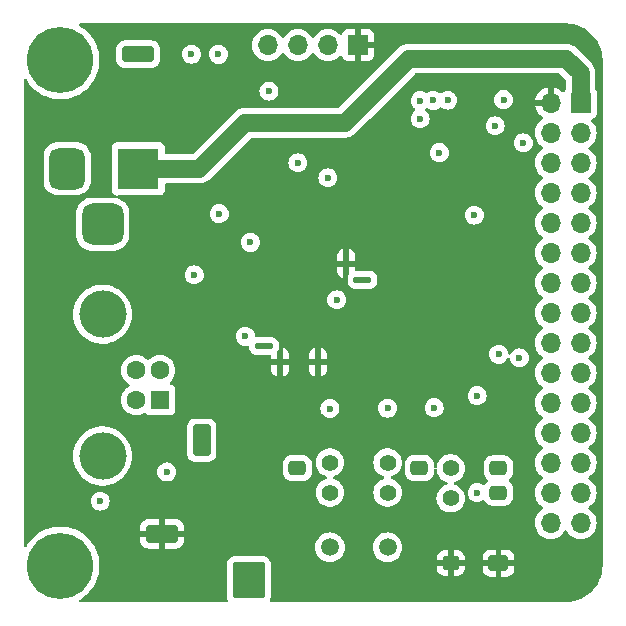
<source format=gbr>
%TF.GenerationSoftware,KiCad,Pcbnew,8.0.4*%
%TF.CreationDate,2024-10-18T12:18:19-03:00*%
%TF.ProjectId,STM32_DEV_BOARD,53544d33-325f-4444-9556-5f424f415244,rev?*%
%TF.SameCoordinates,Original*%
%TF.FileFunction,Copper,L3,Inr*%
%TF.FilePolarity,Positive*%
%FSLAX46Y46*%
G04 Gerber Fmt 4.6, Leading zero omitted, Abs format (unit mm)*
G04 Created by KiCad (PCBNEW 8.0.4) date 2024-10-18 12:18:19*
%MOMM*%
%LPD*%
G01*
G04 APERTURE LIST*
G04 Aperture macros list*
%AMRoundRect*
0 Rectangle with rounded corners*
0 $1 Rounding radius*
0 $2 $3 $4 $5 $6 $7 $8 $9 X,Y pos of 4 corners*
0 Add a 4 corners polygon primitive as box body*
4,1,4,$2,$3,$4,$5,$6,$7,$8,$9,$2,$3,0*
0 Add four circle primitives for the rounded corners*
1,1,$1+$1,$2,$3*
1,1,$1+$1,$4,$5*
1,1,$1+$1,$6,$7*
1,1,$1+$1,$8,$9*
0 Add four rect primitives between the rounded corners*
20,1,$1+$1,$2,$3,$4,$5,0*
20,1,$1+$1,$4,$5,$6,$7,0*
20,1,$1+$1,$6,$7,$8,$9,0*
20,1,$1+$1,$8,$9,$2,$3,0*%
G04 Aperture macros list end*
%TA.AperFunction,ComponentPad*%
%ADD10C,1.400000*%
%TD*%
%TA.AperFunction,ComponentPad*%
%ADD11RoundRect,0.250000X-1.100000X0.500000X-1.100000X-0.500000X1.100000X-0.500000X1.100000X0.500000X0*%
%TD*%
%TA.AperFunction,ComponentPad*%
%ADD12RoundRect,0.125000X0.125000X-0.625000X0.125000X0.625000X-0.125000X0.625000X-0.125000X-0.625000X0*%
%TD*%
%TA.AperFunction,ComponentPad*%
%ADD13RoundRect,0.125000X0.625000X-0.125000X0.625000X0.125000X-0.625000X0.125000X-0.625000X-0.125000X0*%
%TD*%
%TA.AperFunction,ComponentPad*%
%ADD14RoundRect,0.250000X-0.500000X-1.100000X0.500000X-1.100000X0.500000X1.100000X-0.500000X1.100000X0*%
%TD*%
%TA.AperFunction,ComponentPad*%
%ADD15C,5.600000*%
%TD*%
%TA.AperFunction,ComponentPad*%
%ADD16C,1.500000*%
%TD*%
%TA.AperFunction,ComponentPad*%
%ADD17RoundRect,0.250000X0.450000X-0.350000X0.450000X0.350000X-0.450000X0.350000X-0.450000X-0.350000X0*%
%TD*%
%TA.AperFunction,ComponentPad*%
%ADD18RoundRect,0.250000X0.600000X-0.400000X0.600000X0.400000X-0.600000X0.400000X-0.600000X-0.400000X0*%
%TD*%
%TA.AperFunction,ComponentPad*%
%ADD19RoundRect,0.250000X0.475000X-0.337500X0.475000X0.337500X-0.475000X0.337500X-0.475000X-0.337500X0*%
%TD*%
%TA.AperFunction,ComponentPad*%
%ADD20R,1.700000X1.700000*%
%TD*%
%TA.AperFunction,ComponentPad*%
%ADD21O,1.700000X1.700000*%
%TD*%
%TA.AperFunction,ComponentPad*%
%ADD22RoundRect,0.250000X-1.125000X1.275000X-1.125000X-1.275000X1.125000X-1.275000X1.125000X1.275000X0*%
%TD*%
%TA.AperFunction,ComponentPad*%
%ADD23R,1.600000X1.600000*%
%TD*%
%TA.AperFunction,ComponentPad*%
%ADD24C,1.600000*%
%TD*%
%TA.AperFunction,ComponentPad*%
%ADD25C,4.000000*%
%TD*%
%TA.AperFunction,ComponentPad*%
%ADD26R,3.500000X3.500000*%
%TD*%
%TA.AperFunction,ComponentPad*%
%ADD27RoundRect,0.750000X-0.750000X-1.000000X0.750000X-1.000000X0.750000X1.000000X-0.750000X1.000000X0*%
%TD*%
%TA.AperFunction,ComponentPad*%
%ADD28RoundRect,0.875000X-0.875000X-0.875000X0.875000X-0.875000X0.875000X0.875000X-0.875000X0.875000X0*%
%TD*%
%TA.AperFunction,ComponentPad*%
%ADD29RoundRect,0.250000X1.100000X-0.412500X1.100000X0.412500X-1.100000X0.412500X-1.100000X-0.412500X0*%
%TD*%
%TA.AperFunction,ViaPad*%
%ADD30C,0.600000*%
%TD*%
%TA.AperFunction,Conductor*%
%ADD31C,1.500000*%
%TD*%
G04 APERTURE END LIST*
D10*
%TO.N,GND*%
%TO.C,JP2*%
X171190000Y-114602500D03*
%TO.N,/RESET*%
X171190000Y-117142500D03*
%TD*%
D11*
%TO.N,+3V3*%
%TO.C,D4*%
X146760000Y-120160000D03*
%TD*%
D12*
%TO.N,+3V3*%
%TO.C,U1*%
X156740000Y-105625000D03*
X159940000Y-105625000D03*
D13*
%TO.N,GND*%
X163715000Y-98650000D03*
D12*
%TO.N,+3V3*%
X162340000Y-97275000D03*
D13*
%TO.N,GND*%
X155365000Y-104250000D03*
%TD*%
D14*
%TO.N,GND*%
%TO.C,D2*%
X150100000Y-112250000D03*
%TD*%
D15*
%TO.N,N/C*%
%TO.C,REF\u002A\u002A*%
X138140000Y-80050000D03*
%TD*%
D16*
%TO.N,Net-(JP7-B)*%
%TO.C,Y1*%
X165840000Y-121300000D03*
%TO.N,Net-(JP6-A)*%
X160960000Y-121300000D03*
%TD*%
D17*
%TO.N,+3V3*%
%TO.C,R2*%
X171190000Y-122650000D03*
%TD*%
D18*
%TO.N,+3V3*%
%TO.C,D5*%
X175230000Y-122640000D03*
%TD*%
D10*
%TO.N,/OSC_OUT*%
%TO.C,JP7*%
X165842500Y-114130000D03*
%TO.N,Net-(JP7-B)*%
X165842500Y-116670000D03*
%TD*%
D19*
%TO.N,GND*%
%TO.C,C8*%
X168522500Y-114592500D03*
%TD*%
D20*
%TO.N,+3V3*%
%TO.C,J2*%
X163330000Y-78780000D03*
D21*
%TO.N,/PA13*%
X160790000Y-78780000D03*
%TO.N,/PA14*%
X158250000Y-78780000D03*
%TO.N,GND*%
X155710000Y-78780000D03*
%TD*%
D22*
%TO.N,Net-(D4-A)*%
%TO.C,U3*%
X154090000Y-124090000D03*
%TD*%
D15*
%TO.N,N/C*%
%TO.C,REF\u002A\u002A*%
X138140001Y-122849999D03*
%TD*%
D23*
%TO.N,Net-(J1-VBUS)*%
%TO.C,J1*%
X146570000Y-108820000D03*
D24*
%TO.N,Net-(J1-D-)*%
X146570000Y-106320000D03*
%TO.N,Net-(J1-D+)*%
X144570000Y-106320000D03*
%TO.N,GND*%
X144570000Y-108820000D03*
D25*
X141710000Y-113570000D03*
X141710000Y-101570000D03*
%TD*%
D10*
%TO.N,Net-(JP6-A)*%
%TO.C,JP6*%
X160962500Y-116670000D03*
%TO.N,/OSC_IN*%
X160962500Y-114130000D03*
%TD*%
D19*
%TO.N,GND*%
%TO.C,C7*%
X158202500Y-114602500D03*
%TD*%
%TO.N,/RESET*%
%TO.C,C6*%
X175220000Y-116680000D03*
%TO.N,GND*%
X175220000Y-114605000D03*
%TD*%
D26*
%TO.N,VDC*%
%TO.C,J6*%
X144720000Y-89240000D03*
D27*
%TO.N,GND*%
X138720000Y-89240000D03*
D28*
X141720000Y-93940000D03*
%TD*%
D29*
%TO.N,GND*%
%TO.C,C1*%
X144730000Y-79547500D03*
%TD*%
D20*
%TO.N,VDC*%
%TO.C,J3*%
X182190000Y-83670000D03*
D21*
%TO.N,+3V3*%
X179650000Y-83670000D03*
%TO.N,GND*%
X182190000Y-86210000D03*
X179650000Y-86210000D03*
%TO.N,/PA13*%
X182190000Y-88750000D03*
%TO.N,/PA14*%
X179650000Y-88750000D03*
%TO.N,/PA11*%
X182190000Y-91290000D03*
%TO.N,/PA12*%
X179650000Y-91290000D03*
%TO.N,/PA9*%
X182190000Y-93830000D03*
%TO.N,/PA10*%
X179650000Y-93830000D03*
%TO.N,/PB1*%
X182190000Y-96370000D03*
%TO.N,/PA8*%
X179650000Y-96370000D03*
%TO.N,/PA7*%
X182190000Y-98910000D03*
%TO.N,/PB0*%
X179650000Y-98910000D03*
%TO.N,/PA5*%
X182190000Y-101450000D03*
%TO.N,/PA6*%
X179650000Y-101450000D03*
%TO.N,/PA3*%
X182190000Y-103990000D03*
%TO.N,/PA4*%
X179650000Y-103990000D03*
%TO.N,/PA1*%
X182190000Y-106530000D03*
%TO.N,/PA2*%
X179650000Y-106530000D03*
%TO.N,/PB7*%
X182190000Y-109070000D03*
%TO.N,/PA0*%
X179650000Y-109070000D03*
%TO.N,/PB5*%
X182190000Y-111610000D03*
%TO.N,/PB6*%
X179650000Y-111610000D03*
%TO.N,/PB3*%
X182190000Y-114150000D03*
%TO.N,/PB4*%
X179650000Y-114150000D03*
%TO.N,/RESET*%
X182190000Y-116690000D03*
%TO.N,/PA15*%
X179650000Y-116690000D03*
%TO.N,/OSC_IN*%
X182190000Y-119230000D03*
%TO.N,/OSC_OUT*%
X179650000Y-119230000D03*
%TD*%
D30*
%TO.N,VDC*%
X149240000Y-79550000D03*
%TO.N,GND*%
X169790000Y-109480000D03*
X147140000Y-114920000D03*
X175250000Y-104960000D03*
X175660000Y-83400000D03*
X173180000Y-93180000D03*
X154230000Y-95470000D03*
X161530000Y-100350000D03*
X169720000Y-83460000D03*
%TO.N,Net-(D3-A)*%
X151600000Y-93050000D03*
X151520000Y-79560000D03*
%TO.N,+3V3*%
X171440000Y-104970000D03*
X155640000Y-90810000D03*
X147640000Y-95470000D03*
X171060000Y-87010000D03*
%TO.N,Net-(D1-A)*%
X155800000Y-82670000D03*
%TO.N,Net-(D6-A)*%
X168610000Y-83490000D03*
%TO.N,Net-(D7-A)*%
X170930000Y-83440000D03*
%TO.N,Net-(D8-A)*%
X174950000Y-85620000D03*
%TO.N,/PA3*%
X177340000Y-87050000D03*
X177010000Y-105260000D03*
%TO.N,Net-(D9-A)*%
X168600000Y-85010000D03*
%TO.N,/PA2*%
X170230000Y-87890000D03*
%TO.N,/PA14*%
X158250000Y-88750000D03*
%TO.N,/PA13*%
X160790000Y-90020000D03*
%TO.N,BOOT0*%
X153790000Y-103440000D03*
%TO.N,/RESET*%
X173420000Y-116680000D03*
X173420000Y-108460000D03*
%TO.N,/OSC_OUT*%
X165842500Y-109520000D03*
%TO.N,/OSC_IN*%
X160962500Y-109550000D03*
%TO.N,Net-(JP3-B)*%
X149480000Y-98230000D03*
%TO.N,Net-(JP5-A)*%
X141510000Y-117390000D03*
%TD*%
D31*
%TO.N,VDC*%
X182190000Y-83670000D02*
X182190000Y-81170000D01*
X149900000Y-89240000D02*
X144720000Y-89240000D01*
X153780000Y-85360000D02*
X149900000Y-89240000D01*
X180940000Y-79920000D02*
X167660000Y-79920000D01*
X167660000Y-79920000D02*
X162220000Y-85360000D01*
X162220000Y-85360000D02*
X153780000Y-85360000D01*
X182190000Y-81170000D02*
X180940000Y-79920000D01*
%TD*%
%TA.AperFunction,Conductor*%
%TO.N,+3V3*%
G36*
X180943243Y-76950670D02*
G01*
X181257498Y-76967139D01*
X181270406Y-76968495D01*
X181578015Y-77017217D01*
X181590680Y-77019908D01*
X181891528Y-77100520D01*
X181903855Y-77104525D01*
X182194623Y-77216141D01*
X182206459Y-77221410D01*
X182483977Y-77362812D01*
X182495183Y-77369282D01*
X182756396Y-77538917D01*
X182766887Y-77546539D01*
X183008923Y-77742536D01*
X183018568Y-77751221D01*
X183238778Y-77971431D01*
X183247463Y-77981076D01*
X183443460Y-78223112D01*
X183451085Y-78233606D01*
X183620713Y-78494810D01*
X183627190Y-78506029D01*
X183758955Y-78764632D01*
X183768584Y-78783530D01*
X183773862Y-78795385D01*
X183821768Y-78920184D01*
X183885471Y-79086135D01*
X183889482Y-79098480D01*
X183965115Y-79380750D01*
X183970087Y-79399304D01*
X183972785Y-79411999D01*
X184021503Y-79719592D01*
X184022860Y-79732500D01*
X184039330Y-80046756D01*
X184039500Y-80053246D01*
X184039500Y-122846753D01*
X184039330Y-122853243D01*
X184022860Y-123167499D01*
X184021503Y-123180407D01*
X183972785Y-123488000D01*
X183970087Y-123500695D01*
X183889482Y-123801519D01*
X183885471Y-123813864D01*
X183773863Y-124104612D01*
X183768584Y-124116469D01*
X183627194Y-124393964D01*
X183620708Y-124405197D01*
X183553917Y-124508047D01*
X183451089Y-124666387D01*
X183443460Y-124676887D01*
X183247463Y-124918923D01*
X183238778Y-124928568D01*
X183018568Y-125148778D01*
X183008923Y-125157463D01*
X182766887Y-125353460D01*
X182756387Y-125361089D01*
X182743882Y-125369210D01*
X182495197Y-125530708D01*
X182483964Y-125537194D01*
X182206469Y-125678584D01*
X182194612Y-125683863D01*
X181903864Y-125795471D01*
X181891519Y-125799482D01*
X181590695Y-125880087D01*
X181578000Y-125882785D01*
X181270407Y-125931503D01*
X181257499Y-125932860D01*
X180943244Y-125949330D01*
X180936754Y-125949500D01*
X155958433Y-125949500D01*
X155891394Y-125929815D01*
X155845639Y-125877011D01*
X155835695Y-125807853D01*
X155852893Y-125760405D01*
X155899814Y-125684334D01*
X155954999Y-125517797D01*
X155965500Y-125415009D01*
X155965499Y-123049986D01*
X169990001Y-123049986D01*
X170000494Y-123152697D01*
X170055641Y-123319119D01*
X170055643Y-123319124D01*
X170147684Y-123468345D01*
X170271654Y-123592315D01*
X170420875Y-123684356D01*
X170420880Y-123684358D01*
X170587302Y-123739505D01*
X170587309Y-123739506D01*
X170690019Y-123749999D01*
X170939999Y-123749999D01*
X171440000Y-123749999D01*
X171689972Y-123749999D01*
X171689986Y-123749998D01*
X171792697Y-123739505D01*
X171959119Y-123684358D01*
X171959124Y-123684356D01*
X172108345Y-123592315D01*
X172232315Y-123468345D01*
X172324356Y-123319124D01*
X172324358Y-123319119D01*
X172379505Y-123152697D01*
X172379506Y-123152690D01*
X172385912Y-123089986D01*
X173880001Y-123089986D01*
X173890494Y-123192697D01*
X173945641Y-123359119D01*
X173945643Y-123359124D01*
X174037684Y-123508345D01*
X174161654Y-123632315D01*
X174310875Y-123724356D01*
X174310880Y-123724358D01*
X174477302Y-123779505D01*
X174477309Y-123779506D01*
X174580019Y-123789999D01*
X174979999Y-123789999D01*
X175480000Y-123789999D01*
X175879972Y-123789999D01*
X175879986Y-123789998D01*
X175982697Y-123779505D01*
X176149119Y-123724358D01*
X176149124Y-123724356D01*
X176298345Y-123632315D01*
X176422315Y-123508345D01*
X176514356Y-123359124D01*
X176514358Y-123359119D01*
X176569505Y-123192697D01*
X176569506Y-123192690D01*
X176579999Y-123089986D01*
X176580000Y-123089973D01*
X176580000Y-122890000D01*
X175480000Y-122890000D01*
X175480000Y-123789999D01*
X174979999Y-123789999D01*
X174980000Y-123789998D01*
X174980000Y-122890000D01*
X173880001Y-122890000D01*
X173880001Y-123089986D01*
X172385912Y-123089986D01*
X172389999Y-123049986D01*
X172390000Y-123049973D01*
X172390000Y-122900000D01*
X171440000Y-122900000D01*
X171440000Y-123749999D01*
X170939999Y-123749999D01*
X170940000Y-123749998D01*
X170940000Y-122900000D01*
X169990001Y-122900000D01*
X169990001Y-123049986D01*
X155965499Y-123049986D01*
X155965499Y-122764992D01*
X155954999Y-122662203D01*
X155937773Y-122610218D01*
X170990000Y-122610218D01*
X170990000Y-122689782D01*
X171020448Y-122763291D01*
X171076709Y-122819552D01*
X171150218Y-122850000D01*
X171229782Y-122850000D01*
X171303291Y-122819552D01*
X171359552Y-122763291D01*
X171390000Y-122689782D01*
X171390000Y-122610218D01*
X171385858Y-122600218D01*
X175030000Y-122600218D01*
X175030000Y-122679782D01*
X175060448Y-122753291D01*
X175116709Y-122809552D01*
X175190218Y-122840000D01*
X175269782Y-122840000D01*
X175343291Y-122809552D01*
X175399552Y-122753291D01*
X175430000Y-122679782D01*
X175430000Y-122600218D01*
X175399552Y-122526709D01*
X175343291Y-122470448D01*
X175269782Y-122440000D01*
X175190218Y-122440000D01*
X175116709Y-122470448D01*
X175060448Y-122526709D01*
X175030000Y-122600218D01*
X171385858Y-122600218D01*
X171359552Y-122536709D01*
X171303291Y-122480448D01*
X171229782Y-122450000D01*
X171150218Y-122450000D01*
X171076709Y-122480448D01*
X171020448Y-122536709D01*
X170990000Y-122610218D01*
X155937773Y-122610218D01*
X155899814Y-122495666D01*
X155807712Y-122346344D01*
X155683656Y-122222288D01*
X155534334Y-122130186D01*
X155367797Y-122075001D01*
X155367795Y-122075000D01*
X155265010Y-122064500D01*
X152914998Y-122064500D01*
X152914981Y-122064501D01*
X152812203Y-122075000D01*
X152812200Y-122075001D01*
X152645668Y-122130185D01*
X152645663Y-122130187D01*
X152496342Y-122222289D01*
X152372289Y-122346342D01*
X152280187Y-122495663D01*
X152280185Y-122495668D01*
X152260433Y-122555277D01*
X152225001Y-122662203D01*
X152225001Y-122662204D01*
X152225000Y-122662204D01*
X152214500Y-122764983D01*
X152214500Y-125415001D01*
X152214501Y-125415018D01*
X152225000Y-125517796D01*
X152225001Y-125517799D01*
X152278281Y-125678584D01*
X152280186Y-125684334D01*
X152327106Y-125760404D01*
X152345546Y-125827796D01*
X152324623Y-125894459D01*
X152270981Y-125939229D01*
X152221567Y-125949500D01*
X139837051Y-125949500D01*
X139770012Y-125929815D01*
X139724257Y-125877011D01*
X139714313Y-125807853D01*
X139743338Y-125744297D01*
X139773119Y-125719251D01*
X139994920Y-125585799D01*
X140279838Y-125369210D01*
X140539669Y-125123085D01*
X140771366Y-124850310D01*
X140972212Y-124554084D01*
X141139854Y-124237879D01*
X141272325Y-123905402D01*
X141368072Y-123560551D01*
X141425973Y-123207370D01*
X141445349Y-122849999D01*
X141425973Y-122492628D01*
X141423976Y-122480448D01*
X141368074Y-122139459D01*
X141368073Y-122139458D01*
X141368072Y-122139447D01*
X141309264Y-121927638D01*
X141272328Y-121794606D01*
X141272326Y-121794599D01*
X141139858Y-121462128D01*
X141139849Y-121462110D01*
X141112221Y-121409999D01*
X141032460Y-121259553D01*
X140972216Y-121145921D01*
X140972214Y-121145918D01*
X140972212Y-121145914D01*
X140771366Y-120849688D01*
X140771362Y-120849683D01*
X140771359Y-120849679D01*
X140652702Y-120709986D01*
X144910001Y-120709986D01*
X144920494Y-120812697D01*
X144975641Y-120979119D01*
X144975643Y-120979124D01*
X145067684Y-121128345D01*
X145191654Y-121252315D01*
X145340875Y-121344356D01*
X145340880Y-121344358D01*
X145507302Y-121399505D01*
X145507309Y-121399506D01*
X145610019Y-121409999D01*
X146509999Y-121409999D01*
X147010000Y-121409999D01*
X147909972Y-121409999D01*
X147909986Y-121409998D01*
X148012697Y-121399505D01*
X148179119Y-121344358D01*
X148179124Y-121344356D01*
X148251041Y-121299997D01*
X159704723Y-121299997D01*
X159704723Y-121300002D01*
X159708604Y-121344358D01*
X159722263Y-121500494D01*
X159723793Y-121517975D01*
X159723793Y-121517979D01*
X159780422Y-121729322D01*
X159780424Y-121729326D01*
X159780425Y-121729330D01*
X159810864Y-121794606D01*
X159872897Y-121927638D01*
X159872898Y-121927639D01*
X159998402Y-122106877D01*
X160153123Y-122261598D01*
X160332361Y-122387102D01*
X160530670Y-122479575D01*
X160742023Y-122536207D01*
X160924926Y-122552208D01*
X160959998Y-122555277D01*
X160960000Y-122555277D01*
X160960002Y-122555277D01*
X160988254Y-122552805D01*
X161177977Y-122536207D01*
X161389330Y-122479575D01*
X161587639Y-122387102D01*
X161766877Y-122261598D01*
X161921598Y-122106877D01*
X162047102Y-121927639D01*
X162139575Y-121729330D01*
X162196207Y-121517977D01*
X162215277Y-121300000D01*
X162215277Y-121299997D01*
X164584723Y-121299997D01*
X164584723Y-121300002D01*
X164588604Y-121344358D01*
X164602263Y-121500494D01*
X164603793Y-121517975D01*
X164603793Y-121517979D01*
X164660422Y-121729322D01*
X164660424Y-121729326D01*
X164660425Y-121729330D01*
X164690864Y-121794606D01*
X164752897Y-121927638D01*
X164752898Y-121927639D01*
X164878402Y-122106877D01*
X165033123Y-122261598D01*
X165212361Y-122387102D01*
X165410670Y-122479575D01*
X165622023Y-122536207D01*
X165804926Y-122552208D01*
X165839998Y-122555277D01*
X165840000Y-122555277D01*
X165840002Y-122555277D01*
X165868254Y-122552805D01*
X166057977Y-122536207D01*
X166269330Y-122479575D01*
X166467639Y-122387102D01*
X166646877Y-122261598D01*
X166658462Y-122250013D01*
X169990000Y-122250013D01*
X169990000Y-122400000D01*
X170940000Y-122400000D01*
X171440000Y-122400000D01*
X172389999Y-122400000D01*
X172389999Y-122250028D01*
X172389998Y-122250013D01*
X172383868Y-122190013D01*
X173880000Y-122190013D01*
X173880000Y-122390000D01*
X174980000Y-122390000D01*
X175480000Y-122390000D01*
X176579999Y-122390000D01*
X176579999Y-122190028D01*
X176579998Y-122190013D01*
X176569505Y-122087302D01*
X176514358Y-121920880D01*
X176514356Y-121920875D01*
X176422315Y-121771654D01*
X176298345Y-121647684D01*
X176149124Y-121555643D01*
X176149119Y-121555641D01*
X175982697Y-121500494D01*
X175982690Y-121500493D01*
X175879986Y-121490000D01*
X175480000Y-121490000D01*
X175480000Y-122390000D01*
X174980000Y-122390000D01*
X174980000Y-121490000D01*
X174580028Y-121490000D01*
X174580012Y-121490001D01*
X174477302Y-121500494D01*
X174310880Y-121555641D01*
X174310875Y-121555643D01*
X174161654Y-121647684D01*
X174037684Y-121771654D01*
X173945643Y-121920875D01*
X173945641Y-121920880D01*
X173890494Y-122087302D01*
X173890493Y-122087309D01*
X173880000Y-122190013D01*
X172383868Y-122190013D01*
X172379505Y-122147302D01*
X172324358Y-121980880D01*
X172324356Y-121980875D01*
X172232315Y-121831654D01*
X172108345Y-121707684D01*
X171959124Y-121615643D01*
X171959119Y-121615641D01*
X171792697Y-121560494D01*
X171792690Y-121560493D01*
X171689986Y-121550000D01*
X171440000Y-121550000D01*
X171440000Y-122400000D01*
X170940000Y-122400000D01*
X170940000Y-121550000D01*
X170690029Y-121550000D01*
X170690012Y-121550001D01*
X170587302Y-121560494D01*
X170420880Y-121615641D01*
X170420875Y-121615643D01*
X170271654Y-121707684D01*
X170147684Y-121831654D01*
X170055643Y-121980875D01*
X170055641Y-121980880D01*
X170000494Y-122147302D01*
X170000493Y-122147309D01*
X169990000Y-122250013D01*
X166658462Y-122250013D01*
X166801598Y-122106877D01*
X166927102Y-121927639D01*
X167019575Y-121729330D01*
X167076207Y-121517977D01*
X167095277Y-121300000D01*
X167076207Y-121082023D01*
X167019575Y-120870670D01*
X166927102Y-120672362D01*
X166927100Y-120672359D01*
X166927099Y-120672357D01*
X166801599Y-120493124D01*
X166748031Y-120439556D01*
X166646877Y-120338402D01*
X166467639Y-120212898D01*
X166467640Y-120212898D01*
X166467638Y-120212897D01*
X166368484Y-120166661D01*
X166269330Y-120120425D01*
X166269326Y-120120424D01*
X166269322Y-120120422D01*
X166057977Y-120063793D01*
X165840002Y-120044723D01*
X165839998Y-120044723D01*
X165694682Y-120057436D01*
X165622023Y-120063793D01*
X165622020Y-120063793D01*
X165410677Y-120120422D01*
X165410668Y-120120426D01*
X165212361Y-120212898D01*
X165212357Y-120212900D01*
X165033121Y-120338402D01*
X164878402Y-120493121D01*
X164752900Y-120672357D01*
X164752898Y-120672361D01*
X164660426Y-120870668D01*
X164660422Y-120870677D01*
X164603793Y-121082020D01*
X164603793Y-121082024D01*
X164584723Y-121299997D01*
X162215277Y-121299997D01*
X162196207Y-121082023D01*
X162139575Y-120870670D01*
X162047102Y-120672362D01*
X162047100Y-120672359D01*
X162047099Y-120672357D01*
X161921599Y-120493124D01*
X161868031Y-120439556D01*
X161766877Y-120338402D01*
X161587639Y-120212898D01*
X161587640Y-120212898D01*
X161587638Y-120212897D01*
X161488484Y-120166661D01*
X161389330Y-120120425D01*
X161389326Y-120120424D01*
X161389322Y-120120422D01*
X161177977Y-120063793D01*
X160960002Y-120044723D01*
X160959998Y-120044723D01*
X160814682Y-120057436D01*
X160742023Y-120063793D01*
X160742020Y-120063793D01*
X160530677Y-120120422D01*
X160530668Y-120120426D01*
X160332361Y-120212898D01*
X160332357Y-120212900D01*
X160153121Y-120338402D01*
X159998402Y-120493121D01*
X159872900Y-120672357D01*
X159872898Y-120672361D01*
X159780426Y-120870668D01*
X159780422Y-120870677D01*
X159723793Y-121082020D01*
X159723793Y-121082024D01*
X159704723Y-121299997D01*
X148251041Y-121299997D01*
X148328345Y-121252315D01*
X148452315Y-121128345D01*
X148544356Y-120979124D01*
X148544358Y-120979119D01*
X148599505Y-120812697D01*
X148599506Y-120812690D01*
X148609999Y-120709986D01*
X148610000Y-120709973D01*
X148610000Y-120410000D01*
X147010000Y-120410000D01*
X147010000Y-121409999D01*
X146509999Y-121409999D01*
X146510000Y-121409998D01*
X146510000Y-120410000D01*
X144910001Y-120410000D01*
X144910001Y-120709986D01*
X140652702Y-120709986D01*
X140539669Y-120576913D01*
X140416245Y-120460000D01*
X140279838Y-120330788D01*
X140279831Y-120330782D01*
X140279828Y-120330780D01*
X140197890Y-120268493D01*
X140003214Y-120120504D01*
X146460000Y-120120504D01*
X146460000Y-120199496D01*
X146480444Y-120275796D01*
X146519940Y-120344205D01*
X146575795Y-120400060D01*
X146644204Y-120439556D01*
X146720504Y-120460000D01*
X146799496Y-120460000D01*
X146875796Y-120439556D01*
X146944205Y-120400060D01*
X147000060Y-120344205D01*
X147039556Y-120275796D01*
X147060000Y-120199496D01*
X147060000Y-120120504D01*
X147039556Y-120044204D01*
X147000060Y-119975795D01*
X146944205Y-119919940D01*
X146926988Y-119910000D01*
X147010000Y-119910000D01*
X148609999Y-119910000D01*
X148609999Y-119610028D01*
X148609998Y-119610013D01*
X148599505Y-119507302D01*
X148544358Y-119340880D01*
X148544356Y-119340875D01*
X148452315Y-119191654D01*
X148328345Y-119067684D01*
X148179124Y-118975643D01*
X148179119Y-118975641D01*
X148012697Y-118920494D01*
X148012690Y-118920493D01*
X147909986Y-118910000D01*
X147010000Y-118910000D01*
X147010000Y-119910000D01*
X146926988Y-119910000D01*
X146875796Y-119880444D01*
X146799496Y-119860000D01*
X146720504Y-119860000D01*
X146644204Y-119880444D01*
X146575795Y-119919940D01*
X146519940Y-119975795D01*
X146480444Y-120044204D01*
X146460000Y-120120504D01*
X140003214Y-120120504D01*
X139994920Y-120114199D01*
X139688254Y-119929684D01*
X139688253Y-119929683D01*
X139688249Y-119929681D01*
X139688245Y-119929679D01*
X139363448Y-119779413D01*
X139363442Y-119779410D01*
X139363436Y-119779408D01*
X139193855Y-119722269D01*
X139024274Y-119665130D01*
X138773874Y-119610013D01*
X144910000Y-119610013D01*
X144910000Y-119910000D01*
X146510000Y-119910000D01*
X146510000Y-118910000D01*
X145610028Y-118910000D01*
X145610012Y-118910001D01*
X145507302Y-118920494D01*
X145340880Y-118975641D01*
X145340875Y-118975643D01*
X145191654Y-119067684D01*
X145067684Y-119191654D01*
X144975643Y-119340875D01*
X144975641Y-119340880D01*
X144920494Y-119507302D01*
X144920493Y-119507309D01*
X144910000Y-119610013D01*
X138773874Y-119610013D01*
X138674745Y-119588193D01*
X138318950Y-119549499D01*
X138318949Y-119549499D01*
X137961053Y-119549499D01*
X137961051Y-119549499D01*
X137605256Y-119588193D01*
X137255727Y-119665130D01*
X136999971Y-119751305D01*
X136916566Y-119779408D01*
X136916564Y-119779409D01*
X136916553Y-119779413D01*
X136591756Y-119929679D01*
X136591752Y-119929681D01*
X136401414Y-120044204D01*
X136285082Y-120114199D01*
X136196769Y-120181332D01*
X136000173Y-120330780D01*
X136000164Y-120330788D01*
X135740332Y-120576913D01*
X135508642Y-120849679D01*
X135508635Y-120849689D01*
X135307791Y-121145912D01*
X135307785Y-121145922D01*
X135274055Y-121209543D01*
X135225261Y-121259553D01*
X135157176Y-121275244D01*
X135091417Y-121251634D01*
X135048860Y-121196220D01*
X135040500Y-121151460D01*
X135040500Y-117389996D01*
X140704435Y-117389996D01*
X140704435Y-117390003D01*
X140724630Y-117569249D01*
X140724631Y-117569254D01*
X140784211Y-117739523D01*
X140807880Y-117777191D01*
X140880184Y-117892262D01*
X141007738Y-118019816D01*
X141065269Y-118055965D01*
X141142710Y-118104625D01*
X141160478Y-118115789D01*
X141330745Y-118175368D01*
X141330750Y-118175369D01*
X141509996Y-118195565D01*
X141510000Y-118195565D01*
X141510004Y-118195565D01*
X141689249Y-118175369D01*
X141689252Y-118175368D01*
X141689255Y-118175368D01*
X141859522Y-118115789D01*
X142012262Y-118019816D01*
X142139816Y-117892262D01*
X142235789Y-117739522D01*
X142295368Y-117569255D01*
X142296253Y-117561401D01*
X142315565Y-117390003D01*
X142315565Y-117389996D01*
X142295369Y-117210750D01*
X142295368Y-117210745D01*
X142281214Y-117170295D01*
X142235789Y-117040478D01*
X142139816Y-116887738D01*
X142012262Y-116760184D01*
X141859523Y-116664211D01*
X141689254Y-116604631D01*
X141689249Y-116604630D01*
X141510004Y-116584435D01*
X141509996Y-116584435D01*
X141330750Y-116604630D01*
X141330745Y-116604631D01*
X141160476Y-116664211D01*
X141007737Y-116760184D01*
X140880184Y-116887737D01*
X140784211Y-117040476D01*
X140724631Y-117210745D01*
X140724630Y-117210750D01*
X140704435Y-117389996D01*
X135040500Y-117389996D01*
X135040500Y-113569994D01*
X139204556Y-113569994D01*
X139204556Y-113570005D01*
X139224310Y-113884004D01*
X139224311Y-113884011D01*
X139236073Y-113945668D01*
X139272119Y-114134631D01*
X139283270Y-114193083D01*
X139380497Y-114492316D01*
X139380499Y-114492321D01*
X139514461Y-114777003D01*
X139514464Y-114777009D01*
X139683051Y-115042661D01*
X139683054Y-115042665D01*
X139883606Y-115285090D01*
X139883608Y-115285092D01*
X139883610Y-115285094D01*
X140083767Y-115473054D01*
X140112968Y-115500476D01*
X140112978Y-115500484D01*
X140367504Y-115685408D01*
X140367509Y-115685410D01*
X140367516Y-115685416D01*
X140643234Y-115836994D01*
X140643239Y-115836996D01*
X140643241Y-115836997D01*
X140643242Y-115836998D01*
X140935771Y-115952818D01*
X140935774Y-115952819D01*
X141209766Y-116023168D01*
X141240527Y-116031066D01*
X141274130Y-116035311D01*
X141552670Y-116070499D01*
X141552679Y-116070499D01*
X141552682Y-116070500D01*
X141552684Y-116070500D01*
X141867316Y-116070500D01*
X141867318Y-116070500D01*
X141867321Y-116070499D01*
X141867329Y-116070499D01*
X142053593Y-116046968D01*
X142179473Y-116031066D01*
X142484225Y-115952819D01*
X142484228Y-115952818D01*
X142776757Y-115836998D01*
X142776758Y-115836997D01*
X142776756Y-115836997D01*
X142776766Y-115836994D01*
X143052484Y-115685416D01*
X143307030Y-115500478D01*
X143536390Y-115285094D01*
X143736947Y-115042663D01*
X143814794Y-114919996D01*
X146334435Y-114919996D01*
X146334435Y-114920003D01*
X146354630Y-115099249D01*
X146354631Y-115099254D01*
X146414211Y-115269523D01*
X146457997Y-115339207D01*
X146510184Y-115422262D01*
X146637738Y-115549816D01*
X146728080Y-115606582D01*
X146785243Y-115642500D01*
X146790478Y-115645789D01*
X146960745Y-115705368D01*
X146960750Y-115705369D01*
X147139996Y-115725565D01*
X147140000Y-115725565D01*
X147140004Y-115725565D01*
X147319249Y-115705369D01*
X147319252Y-115705368D01*
X147319255Y-115705368D01*
X147489522Y-115645789D01*
X147642262Y-115549816D01*
X147769816Y-115422262D01*
X147865789Y-115269522D01*
X147925368Y-115099255D01*
X147925814Y-115095296D01*
X147945565Y-114920003D01*
X147945565Y-114919996D01*
X147925369Y-114740750D01*
X147925368Y-114740745D01*
X147910741Y-114698944D01*
X147865789Y-114570478D01*
X147769816Y-114417738D01*
X147642262Y-114290184D01*
X147522581Y-114214983D01*
X156977000Y-114214983D01*
X156977000Y-114990001D01*
X156977001Y-114990019D01*
X156987500Y-115092796D01*
X156987501Y-115092799D01*
X157042685Y-115259331D01*
X157042687Y-115259336D01*
X157058575Y-115285094D01*
X157134788Y-115408656D01*
X157258844Y-115532712D01*
X157408166Y-115624814D01*
X157574703Y-115679999D01*
X157677491Y-115690500D01*
X158727508Y-115690499D01*
X158727516Y-115690498D01*
X158727519Y-115690498D01*
X158783802Y-115684748D01*
X158830297Y-115679999D01*
X158996834Y-115624814D01*
X159146156Y-115532712D01*
X159270212Y-115408656D01*
X159362314Y-115259334D01*
X159417499Y-115092797D01*
X159428000Y-114990009D01*
X159427999Y-114214992D01*
X159426977Y-114204992D01*
X159419317Y-114129999D01*
X159756857Y-114129999D01*
X159756857Y-114130000D01*
X159777384Y-114351535D01*
X159777385Y-114351537D01*
X159838269Y-114565523D01*
X159838275Y-114565538D01*
X159937438Y-114764683D01*
X159937443Y-114764691D01*
X160071520Y-114942238D01*
X160235937Y-115092123D01*
X160235939Y-115092125D01*
X160425095Y-115209245D01*
X160425096Y-115209245D01*
X160425099Y-115209247D01*
X160619024Y-115284374D01*
X160674424Y-115326946D01*
X160698015Y-115392713D01*
X160682304Y-115460793D01*
X160632280Y-115509572D01*
X160619033Y-115515622D01*
X160496611Y-115563049D01*
X160425101Y-115590752D01*
X160425095Y-115590754D01*
X160235939Y-115707874D01*
X160235937Y-115707876D01*
X160071520Y-115857761D01*
X159937443Y-116035308D01*
X159937438Y-116035316D01*
X159838275Y-116234461D01*
X159838269Y-116234476D01*
X159777385Y-116448462D01*
X159777384Y-116448464D01*
X159756857Y-116669999D01*
X159756857Y-116670000D01*
X159777384Y-116891535D01*
X159777385Y-116891537D01*
X159838269Y-117105523D01*
X159838275Y-117105538D01*
X159937438Y-117304683D01*
X159937443Y-117304691D01*
X160071520Y-117482238D01*
X160235937Y-117632123D01*
X160235939Y-117632125D01*
X160425095Y-117749245D01*
X160425096Y-117749245D01*
X160425099Y-117749247D01*
X160632560Y-117829618D01*
X160851257Y-117870500D01*
X160851259Y-117870500D01*
X161073741Y-117870500D01*
X161073743Y-117870500D01*
X161292440Y-117829618D01*
X161499901Y-117749247D01*
X161689062Y-117632124D01*
X161853481Y-117482236D01*
X161987558Y-117304689D01*
X162086729Y-117105528D01*
X162147615Y-116891536D01*
X162168143Y-116670000D01*
X162147615Y-116448464D01*
X162086729Y-116234472D01*
X162082682Y-116226344D01*
X161987561Y-116035316D01*
X161987556Y-116035308D01*
X161853479Y-115857761D01*
X161689062Y-115707876D01*
X161689060Y-115707874D01*
X161499904Y-115590754D01*
X161499895Y-115590750D01*
X161406456Y-115554552D01*
X161305975Y-115515625D01*
X161250575Y-115473054D01*
X161226984Y-115407288D01*
X161242695Y-115339207D01*
X161292719Y-115290428D01*
X161305966Y-115284377D01*
X161499901Y-115209247D01*
X161689062Y-115092124D01*
X161853481Y-114942236D01*
X161987558Y-114764689D01*
X162086729Y-114565528D01*
X162147615Y-114351536D01*
X162168143Y-114130000D01*
X162168143Y-114129999D01*
X164636857Y-114129999D01*
X164636857Y-114130000D01*
X164657384Y-114351535D01*
X164657385Y-114351537D01*
X164718269Y-114565523D01*
X164718275Y-114565538D01*
X164817438Y-114764683D01*
X164817443Y-114764691D01*
X164951520Y-114942238D01*
X165115937Y-115092123D01*
X165115939Y-115092125D01*
X165305095Y-115209245D01*
X165305096Y-115209245D01*
X165305099Y-115209247D01*
X165499024Y-115284374D01*
X165554424Y-115326946D01*
X165578015Y-115392713D01*
X165562304Y-115460793D01*
X165512280Y-115509572D01*
X165499033Y-115515622D01*
X165376611Y-115563049D01*
X165305101Y-115590752D01*
X165305095Y-115590754D01*
X165115939Y-115707874D01*
X165115937Y-115707876D01*
X164951520Y-115857761D01*
X164817443Y-116035308D01*
X164817438Y-116035316D01*
X164718275Y-116234461D01*
X164718269Y-116234476D01*
X164657385Y-116448462D01*
X164657384Y-116448464D01*
X164636857Y-116669999D01*
X164636857Y-116670000D01*
X164657384Y-116891535D01*
X164657385Y-116891537D01*
X164718269Y-117105523D01*
X164718275Y-117105538D01*
X164817438Y-117304683D01*
X164817443Y-117304691D01*
X164951520Y-117482238D01*
X165115937Y-117632123D01*
X165115939Y-117632125D01*
X165305095Y-117749245D01*
X165305096Y-117749245D01*
X165305099Y-117749247D01*
X165512560Y-117829618D01*
X165731257Y-117870500D01*
X165731259Y-117870500D01*
X165953741Y-117870500D01*
X165953743Y-117870500D01*
X166172440Y-117829618D01*
X166379901Y-117749247D01*
X166569062Y-117632124D01*
X166733481Y-117482236D01*
X166867558Y-117304689D01*
X166966729Y-117105528D01*
X167027615Y-116891536D01*
X167048143Y-116670000D01*
X167027615Y-116448464D01*
X166966729Y-116234472D01*
X166962682Y-116226344D01*
X166867561Y-116035316D01*
X166867556Y-116035308D01*
X166733479Y-115857761D01*
X166569062Y-115707876D01*
X166569060Y-115707874D01*
X166379904Y-115590754D01*
X166379895Y-115590750D01*
X166286456Y-115554552D01*
X166185975Y-115515625D01*
X166130575Y-115473054D01*
X166106984Y-115407288D01*
X166122695Y-115339207D01*
X166172719Y-115290428D01*
X166185966Y-115284377D01*
X166379901Y-115209247D01*
X166569062Y-115092124D01*
X166733481Y-114942236D01*
X166867558Y-114764689D01*
X166966729Y-114565528D01*
X167027615Y-114351536D01*
X167041195Y-114204983D01*
X167297000Y-114204983D01*
X167297000Y-114980001D01*
X167297001Y-114980019D01*
X167307500Y-115082796D01*
X167307501Y-115082799D01*
X167362685Y-115249331D01*
X167362687Y-115249336D01*
X167384743Y-115285094D01*
X167454788Y-115398656D01*
X167578844Y-115522712D01*
X167728166Y-115614814D01*
X167894703Y-115669999D01*
X167997491Y-115680500D01*
X169047508Y-115680499D01*
X169047516Y-115680498D01*
X169047519Y-115680498D01*
X169103802Y-115674748D01*
X169150297Y-115669999D01*
X169316834Y-115614814D01*
X169466156Y-115522712D01*
X169590212Y-115398656D01*
X169682314Y-115249334D01*
X169737499Y-115082797D01*
X169748000Y-114980009D01*
X169747999Y-114733876D01*
X169767683Y-114666840D01*
X169820487Y-114621085D01*
X169889646Y-114611141D01*
X169953201Y-114640166D01*
X169990976Y-114698944D01*
X169995470Y-114722437D01*
X170004885Y-114824035D01*
X170004885Y-114824037D01*
X170065769Y-115038023D01*
X170065775Y-115038038D01*
X170164938Y-115237183D01*
X170164943Y-115237191D01*
X170299020Y-115414738D01*
X170463437Y-115564623D01*
X170463439Y-115564625D01*
X170652595Y-115681745D01*
X170652596Y-115681745D01*
X170652599Y-115681747D01*
X170846524Y-115756874D01*
X170901924Y-115799446D01*
X170925515Y-115865213D01*
X170909804Y-115933293D01*
X170859780Y-115982072D01*
X170846533Y-115988122D01*
X170724713Y-116035316D01*
X170652601Y-116063252D01*
X170652595Y-116063254D01*
X170463439Y-116180374D01*
X170463437Y-116180376D01*
X170299020Y-116330261D01*
X170164943Y-116507808D01*
X170164938Y-116507816D01*
X170065775Y-116706961D01*
X170065769Y-116706976D01*
X170004885Y-116920962D01*
X170004884Y-116920964D01*
X169984357Y-117142499D01*
X169984357Y-117142500D01*
X170004884Y-117364035D01*
X170004885Y-117364037D01*
X170065769Y-117578023D01*
X170065775Y-117578038D01*
X170164938Y-117777183D01*
X170164943Y-117777191D01*
X170299020Y-117954738D01*
X170463437Y-118104623D01*
X170463439Y-118104625D01*
X170652595Y-118221745D01*
X170652596Y-118221745D01*
X170652599Y-118221747D01*
X170860060Y-118302118D01*
X171078757Y-118343000D01*
X171078759Y-118343000D01*
X171301241Y-118343000D01*
X171301243Y-118343000D01*
X171519940Y-118302118D01*
X171727401Y-118221747D01*
X171916562Y-118104624D01*
X172080981Y-117954736D01*
X172215058Y-117777189D01*
X172314229Y-117578028D01*
X172375115Y-117364036D01*
X172395643Y-117142500D01*
X172375115Y-116920964D01*
X172314229Y-116706972D01*
X172305778Y-116690000D01*
X172300797Y-116679996D01*
X172614435Y-116679996D01*
X172614435Y-116680003D01*
X172634630Y-116859249D01*
X172634631Y-116859254D01*
X172694211Y-117029523D01*
X172741975Y-117105538D01*
X172790184Y-117182262D01*
X172917738Y-117309816D01*
X172941940Y-117325023D01*
X173045343Y-117389996D01*
X173070478Y-117405789D01*
X173240745Y-117465368D01*
X173240750Y-117465369D01*
X173419996Y-117485565D01*
X173420000Y-117485565D01*
X173420004Y-117485565D01*
X173599249Y-117465369D01*
X173599252Y-117465368D01*
X173599255Y-117465368D01*
X173769522Y-117405789D01*
X173903782Y-117321427D01*
X173971017Y-117302427D01*
X174037852Y-117322794D01*
X174075292Y-117361325D01*
X174152288Y-117486156D01*
X174276344Y-117610212D01*
X174425666Y-117702314D01*
X174592203Y-117757499D01*
X174694991Y-117768000D01*
X175745008Y-117767999D01*
X175745016Y-117767998D01*
X175745019Y-117767998D01*
X175801302Y-117762248D01*
X175847797Y-117757499D01*
X176014334Y-117702314D01*
X176163656Y-117610212D01*
X176287712Y-117486156D01*
X176379814Y-117336834D01*
X176434999Y-117170297D01*
X176445500Y-117067509D01*
X176445499Y-116292492D01*
X176434999Y-116189703D01*
X176379814Y-116023166D01*
X176287712Y-115873844D01*
X176163656Y-115749788D01*
X176160819Y-115748038D01*
X176159283Y-115746330D01*
X176157989Y-115745307D01*
X176158163Y-115745085D01*
X176114096Y-115696094D01*
X176102872Y-115627132D01*
X176130713Y-115563049D01*
X176160817Y-115536962D01*
X176163656Y-115535212D01*
X176287712Y-115411156D01*
X176379814Y-115261834D01*
X176434999Y-115095297D01*
X176445500Y-114992509D01*
X176445499Y-114217492D01*
X176445242Y-114214980D01*
X176434999Y-114114703D01*
X176434998Y-114114700D01*
X176426813Y-114089999D01*
X176379814Y-113948166D01*
X176287712Y-113798844D01*
X176163656Y-113674788D01*
X176014334Y-113582686D01*
X175847797Y-113527501D01*
X175847795Y-113527500D01*
X175745010Y-113517000D01*
X174694998Y-113517000D01*
X174694980Y-113517001D01*
X174592203Y-113527500D01*
X174592200Y-113527501D01*
X174425668Y-113582685D01*
X174425663Y-113582687D01*
X174276342Y-113674789D01*
X174152289Y-113798842D01*
X174060187Y-113948163D01*
X174060185Y-113948168D01*
X174032349Y-114032170D01*
X174005001Y-114114703D01*
X174005001Y-114114704D01*
X174005000Y-114114704D01*
X173994500Y-114217483D01*
X173994500Y-114992501D01*
X173994501Y-114992519D01*
X174005000Y-115095296D01*
X174005001Y-115095299D01*
X174060185Y-115261831D01*
X174060187Y-115261836D01*
X174074533Y-115285094D01*
X174149902Y-115407288D01*
X174152289Y-115411157D01*
X174276346Y-115535214D01*
X174279182Y-115536963D01*
X174280717Y-115538670D01*
X174282011Y-115539693D01*
X174281836Y-115539914D01*
X174325905Y-115588911D01*
X174337126Y-115657874D01*
X174309282Y-115721956D01*
X174279182Y-115748037D01*
X174276346Y-115749785D01*
X174152289Y-115873842D01*
X174075292Y-115998675D01*
X174023344Y-116045399D01*
X173954381Y-116056622D01*
X173903782Y-116038572D01*
X173769522Y-115954211D01*
X173709742Y-115933293D01*
X173599254Y-115894631D01*
X173599249Y-115894630D01*
X173420004Y-115874435D01*
X173419996Y-115874435D01*
X173240750Y-115894630D01*
X173240745Y-115894631D01*
X173070476Y-115954211D01*
X172917737Y-116050184D01*
X172790184Y-116177737D01*
X172694211Y-116330476D01*
X172634631Y-116500745D01*
X172634630Y-116500750D01*
X172614435Y-116679996D01*
X172300797Y-116679996D01*
X172215061Y-116507816D01*
X172215056Y-116507808D01*
X172080979Y-116330261D01*
X171916562Y-116180376D01*
X171916560Y-116180374D01*
X171727404Y-116063254D01*
X171727395Y-116063250D01*
X171595538Y-116012169D01*
X171533475Y-115988125D01*
X171478075Y-115945554D01*
X171454484Y-115879788D01*
X171470195Y-115811707D01*
X171520219Y-115762928D01*
X171533466Y-115756877D01*
X171727401Y-115681747D01*
X171916562Y-115564624D01*
X172056282Y-115437251D01*
X172080979Y-115414738D01*
X172083684Y-115411157D01*
X172215058Y-115237189D01*
X172314229Y-115038028D01*
X172375115Y-114824036D01*
X172395643Y-114602500D01*
X172375115Y-114380964D01*
X172314229Y-114166972D01*
X172305778Y-114150000D01*
X172215061Y-113967816D01*
X172215056Y-113967808D01*
X172080979Y-113790261D01*
X171916562Y-113640376D01*
X171916560Y-113640374D01*
X171727404Y-113523254D01*
X171727398Y-113523252D01*
X171519940Y-113442882D01*
X171301243Y-113402000D01*
X171078757Y-113402000D01*
X170860060Y-113442882D01*
X170784462Y-113472169D01*
X170652601Y-113523252D01*
X170652595Y-113523254D01*
X170463439Y-113640374D01*
X170463437Y-113640376D01*
X170299020Y-113790261D01*
X170164943Y-113967808D01*
X170164938Y-113967816D01*
X170065775Y-114166961D01*
X170065769Y-114166976D01*
X170004885Y-114380962D01*
X170004885Y-114380963D01*
X169995470Y-114482566D01*
X169969684Y-114547503D01*
X169912883Y-114588190D01*
X169843102Y-114591710D01*
X169782496Y-114556945D01*
X169750306Y-114494932D01*
X169747999Y-114471124D01*
X169747999Y-114204998D01*
X169747998Y-114204980D01*
X169737499Y-114102203D01*
X169737498Y-114102200D01*
X169692967Y-113967816D01*
X169682314Y-113935666D01*
X169590212Y-113786344D01*
X169466156Y-113662288D01*
X169373388Y-113605069D01*
X169316836Y-113570187D01*
X169316831Y-113570185D01*
X169315362Y-113569698D01*
X169150297Y-113515001D01*
X169150295Y-113515000D01*
X169047510Y-113504500D01*
X167997498Y-113504500D01*
X167997480Y-113504501D01*
X167894703Y-113515000D01*
X167894700Y-113515001D01*
X167728168Y-113570185D01*
X167728163Y-113570187D01*
X167578842Y-113662289D01*
X167454789Y-113786342D01*
X167362687Y-113935663D01*
X167362685Y-113935668D01*
X167334849Y-114019670D01*
X167307501Y-114102203D01*
X167307501Y-114102204D01*
X167307500Y-114102204D01*
X167297000Y-114204983D01*
X167041195Y-114204983D01*
X167048143Y-114130000D01*
X167045409Y-114100500D01*
X167027615Y-113908464D01*
X167027614Y-113908462D01*
X167020658Y-113884015D01*
X166966729Y-113694472D01*
X166962682Y-113686344D01*
X166867561Y-113495316D01*
X166867556Y-113495308D01*
X166733479Y-113317761D01*
X166569062Y-113167876D01*
X166569060Y-113167874D01*
X166379904Y-113050754D01*
X166379898Y-113050752D01*
X166172440Y-112970382D01*
X165953743Y-112929500D01*
X165731257Y-112929500D01*
X165512560Y-112970382D01*
X165483668Y-112981575D01*
X165305101Y-113050752D01*
X165305095Y-113050754D01*
X165115939Y-113167874D01*
X165115937Y-113167876D01*
X164951520Y-113317761D01*
X164817443Y-113495308D01*
X164817438Y-113495316D01*
X164718275Y-113694461D01*
X164718269Y-113694476D01*
X164657385Y-113908462D01*
X164657384Y-113908464D01*
X164636857Y-114129999D01*
X162168143Y-114129999D01*
X162165409Y-114100500D01*
X162147615Y-113908464D01*
X162147614Y-113908462D01*
X162140658Y-113884015D01*
X162086729Y-113694472D01*
X162082682Y-113686344D01*
X161987561Y-113495316D01*
X161987556Y-113495308D01*
X161853479Y-113317761D01*
X161689062Y-113167876D01*
X161689060Y-113167874D01*
X161499904Y-113050754D01*
X161499898Y-113050752D01*
X161292440Y-112970382D01*
X161073743Y-112929500D01*
X160851257Y-112929500D01*
X160632560Y-112970382D01*
X160603668Y-112981575D01*
X160425101Y-113050752D01*
X160425095Y-113050754D01*
X160235939Y-113167874D01*
X160235937Y-113167876D01*
X160071520Y-113317761D01*
X159937443Y-113495308D01*
X159937438Y-113495316D01*
X159838275Y-113694461D01*
X159838269Y-113694476D01*
X159777385Y-113908462D01*
X159777384Y-113908464D01*
X159756857Y-114129999D01*
X159419317Y-114129999D01*
X159417499Y-114112203D01*
X159417498Y-114112200D01*
X159410141Y-114089998D01*
X159362314Y-113945666D01*
X159270212Y-113796344D01*
X159146156Y-113672288D01*
X159000889Y-113582687D01*
X158996836Y-113580187D01*
X158996831Y-113580185D01*
X158966653Y-113570185D01*
X158830297Y-113525001D01*
X158830295Y-113525000D01*
X158727510Y-113514500D01*
X157677498Y-113514500D01*
X157677480Y-113514501D01*
X157574703Y-113525000D01*
X157574700Y-113525001D01*
X157408168Y-113580185D01*
X157408163Y-113580187D01*
X157258842Y-113672289D01*
X157134789Y-113796342D01*
X157042687Y-113945663D01*
X157042685Y-113945668D01*
X157041857Y-113948168D01*
X156987501Y-114112203D01*
X156987501Y-114112204D01*
X156987500Y-114112204D01*
X156977000Y-114214983D01*
X147522581Y-114214983D01*
X147489523Y-114194211D01*
X147319254Y-114134631D01*
X147319249Y-114134630D01*
X147140004Y-114114435D01*
X147139996Y-114114435D01*
X146960750Y-114134630D01*
X146960745Y-114134631D01*
X146790476Y-114194211D01*
X146637737Y-114290184D01*
X146510184Y-114417737D01*
X146414211Y-114570476D01*
X146354631Y-114740745D01*
X146354630Y-114740750D01*
X146334435Y-114919996D01*
X143814794Y-114919996D01*
X143905537Y-114777007D01*
X144039503Y-114492315D01*
X144136731Y-114193079D01*
X144195688Y-113884015D01*
X144199800Y-113818656D01*
X144215444Y-113570005D01*
X144215444Y-113569994D01*
X144195689Y-113255995D01*
X144195688Y-113255988D01*
X144195688Y-113255985D01*
X144136731Y-112946921D01*
X144039503Y-112647685D01*
X143905537Y-112362993D01*
X143736947Y-112097337D01*
X143717363Y-112073664D01*
X143536393Y-111854909D01*
X143536391Y-111854907D01*
X143307031Y-111639523D01*
X143307021Y-111639515D01*
X143052495Y-111454591D01*
X143052488Y-111454586D01*
X143052484Y-111454584D01*
X142776766Y-111303006D01*
X142776763Y-111303004D01*
X142776758Y-111303002D01*
X142776757Y-111303001D01*
X142484228Y-111187181D01*
X142484225Y-111187180D01*
X142179476Y-111108934D01*
X142179463Y-111108932D01*
X142108625Y-111099983D01*
X148849500Y-111099983D01*
X148849500Y-113400001D01*
X148849501Y-113400018D01*
X148860000Y-113502796D01*
X148860001Y-113502799D01*
X148915185Y-113669331D01*
X148915187Y-113669336D01*
X148950069Y-113725888D01*
X149007288Y-113818656D01*
X149131344Y-113942712D01*
X149280666Y-114034814D01*
X149447203Y-114089999D01*
X149549991Y-114100500D01*
X150650008Y-114100499D01*
X150650016Y-114100498D01*
X150650019Y-114100498D01*
X150706302Y-114094748D01*
X150752797Y-114089999D01*
X150919334Y-114034814D01*
X151068656Y-113942712D01*
X151192712Y-113818656D01*
X151284814Y-113669334D01*
X151339999Y-113502797D01*
X151350500Y-113400009D01*
X151350499Y-111099992D01*
X151339999Y-110997203D01*
X151284814Y-110830666D01*
X151192712Y-110681344D01*
X151068656Y-110557288D01*
X150919334Y-110465186D01*
X150752797Y-110410001D01*
X150752795Y-110410000D01*
X150650010Y-110399500D01*
X149549998Y-110399500D01*
X149549980Y-110399501D01*
X149447203Y-110410000D01*
X149447200Y-110410001D01*
X149280668Y-110465185D01*
X149280663Y-110465187D01*
X149131342Y-110557289D01*
X149007289Y-110681342D01*
X148915187Y-110830663D01*
X148915186Y-110830666D01*
X148860001Y-110997203D01*
X148860001Y-110997204D01*
X148860000Y-110997204D01*
X148849500Y-111099983D01*
X142108625Y-111099983D01*
X141867329Y-111069500D01*
X141867318Y-111069500D01*
X141552682Y-111069500D01*
X141552670Y-111069500D01*
X141240536Y-111108932D01*
X141240523Y-111108934D01*
X140935774Y-111187180D01*
X140935771Y-111187181D01*
X140643242Y-111303001D01*
X140643241Y-111303002D01*
X140367516Y-111454584D01*
X140367504Y-111454591D01*
X140112978Y-111639515D01*
X140112968Y-111639523D01*
X139883608Y-111854907D01*
X139883606Y-111854909D01*
X139683054Y-112097334D01*
X139683051Y-112097338D01*
X139514464Y-112362990D01*
X139514461Y-112362996D01*
X139380499Y-112647678D01*
X139380497Y-112647683D01*
X139283270Y-112946916D01*
X139224311Y-113255988D01*
X139224310Y-113255995D01*
X139204556Y-113569994D01*
X135040500Y-113569994D01*
X135040500Y-106319998D01*
X143264532Y-106319998D01*
X143264532Y-106320001D01*
X143284364Y-106546686D01*
X143284366Y-106546697D01*
X143343258Y-106766488D01*
X143343261Y-106766497D01*
X143439431Y-106972732D01*
X143439432Y-106972734D01*
X143569954Y-107159141D01*
X143730858Y-107320045D01*
X143730861Y-107320047D01*
X143917266Y-107450568D01*
X143932387Y-107457619D01*
X143984825Y-107503791D01*
X144003976Y-107570985D01*
X143983760Y-107637866D01*
X143932387Y-107682380D01*
X143917266Y-107689432D01*
X143917264Y-107689433D01*
X143730858Y-107819954D01*
X143569954Y-107980858D01*
X143439432Y-108167265D01*
X143439431Y-108167267D01*
X143343261Y-108373502D01*
X143343258Y-108373511D01*
X143284366Y-108593302D01*
X143284364Y-108593313D01*
X143264532Y-108819998D01*
X143264532Y-108820001D01*
X143284364Y-109046686D01*
X143284366Y-109046697D01*
X143343258Y-109266488D01*
X143343261Y-109266497D01*
X143439431Y-109472732D01*
X143439432Y-109472734D01*
X143569954Y-109659141D01*
X143730858Y-109820045D01*
X143730861Y-109820047D01*
X143917266Y-109950568D01*
X144123504Y-110046739D01*
X144343308Y-110105635D01*
X144505230Y-110119801D01*
X144569998Y-110125468D01*
X144570000Y-110125468D01*
X144570002Y-110125468D01*
X144626807Y-110120498D01*
X144796692Y-110105635D01*
X145016496Y-110046739D01*
X145222734Y-109950568D01*
X145235551Y-109941592D01*
X145301756Y-109919262D01*
X145369524Y-109936269D01*
X145405945Y-109968852D01*
X145412450Y-109977542D01*
X145412452Y-109977544D01*
X145412454Y-109977546D01*
X145412457Y-109977548D01*
X145527664Y-110063793D01*
X145527671Y-110063797D01*
X145662517Y-110114091D01*
X145662516Y-110114091D01*
X145669444Y-110114835D01*
X145722127Y-110120500D01*
X147417872Y-110120499D01*
X147477483Y-110114091D01*
X147612331Y-110063796D01*
X147727546Y-109977546D01*
X147813796Y-109862331D01*
X147864091Y-109727483D01*
X147870500Y-109667873D01*
X147870500Y-109549996D01*
X160156935Y-109549996D01*
X160156935Y-109550003D01*
X160177130Y-109729249D01*
X160177131Y-109729254D01*
X160236711Y-109899523D01*
X160285737Y-109977547D01*
X160332684Y-110052262D01*
X160460238Y-110179816D01*
X160501572Y-110205788D01*
X160596394Y-110265369D01*
X160612978Y-110275789D01*
X160697510Y-110305368D01*
X160783245Y-110335368D01*
X160783250Y-110335369D01*
X160962496Y-110355565D01*
X160962500Y-110355565D01*
X160962504Y-110355565D01*
X161141749Y-110335369D01*
X161141752Y-110335368D01*
X161141755Y-110335368D01*
X161312022Y-110275789D01*
X161464762Y-110179816D01*
X161592316Y-110052262D01*
X161688289Y-109899522D01*
X161747868Y-109729255D01*
X161749788Y-109712217D01*
X161768065Y-109550003D01*
X161768065Y-109549996D01*
X161764685Y-109519996D01*
X165036935Y-109519996D01*
X165036935Y-109520003D01*
X165057130Y-109699249D01*
X165057131Y-109699254D01*
X165116711Y-109869523D01*
X165184588Y-109977548D01*
X165212684Y-110022262D01*
X165340238Y-110149816D01*
X165387981Y-110179815D01*
X165490186Y-110244035D01*
X165492978Y-110245789D01*
X165627905Y-110293002D01*
X165663245Y-110305368D01*
X165663250Y-110305369D01*
X165842496Y-110325565D01*
X165842500Y-110325565D01*
X165842504Y-110325565D01*
X166021749Y-110305369D01*
X166021752Y-110305368D01*
X166021755Y-110305368D01*
X166192022Y-110245789D01*
X166344762Y-110149816D01*
X166472316Y-110022262D01*
X166568289Y-109869522D01*
X166627868Y-109699255D01*
X166644685Y-109550000D01*
X166648065Y-109520003D01*
X166648065Y-109519996D01*
X166643558Y-109479996D01*
X168984435Y-109479996D01*
X168984435Y-109480003D01*
X169004630Y-109659249D01*
X169004631Y-109659254D01*
X169064211Y-109829523D01*
X169134506Y-109941396D01*
X169160184Y-109982262D01*
X169287738Y-110109816D01*
X169440478Y-110205789D01*
X169581529Y-110255145D01*
X169610745Y-110265368D01*
X169610750Y-110265369D01*
X169789996Y-110285565D01*
X169790000Y-110285565D01*
X169790004Y-110285565D01*
X169969249Y-110265369D01*
X169969252Y-110265368D01*
X169969255Y-110265368D01*
X170139522Y-110205789D01*
X170292262Y-110109816D01*
X170419816Y-109982262D01*
X170515789Y-109829522D01*
X170575368Y-109659255D01*
X170587678Y-109550000D01*
X170595565Y-109480003D01*
X170595565Y-109479996D01*
X170575369Y-109300750D01*
X170575368Y-109300745D01*
X170535143Y-109185788D01*
X170515789Y-109130478D01*
X170419816Y-108977738D01*
X170292262Y-108850184D01*
X170267454Y-108834596D01*
X170139523Y-108754211D01*
X169969254Y-108694631D01*
X169969249Y-108694630D01*
X169790004Y-108674435D01*
X169789996Y-108674435D01*
X169610750Y-108694630D01*
X169610745Y-108694631D01*
X169440476Y-108754211D01*
X169287737Y-108850184D01*
X169160184Y-108977737D01*
X169064211Y-109130476D01*
X169004631Y-109300745D01*
X169004630Y-109300750D01*
X168984435Y-109479996D01*
X166643558Y-109479996D01*
X166627869Y-109340750D01*
X166627868Y-109340745D01*
X166613871Y-109300745D01*
X166568289Y-109170478D01*
X166472316Y-109017738D01*
X166344762Y-108890184D01*
X166192023Y-108794211D01*
X166021754Y-108734631D01*
X166021749Y-108734630D01*
X165842504Y-108714435D01*
X165842496Y-108714435D01*
X165663250Y-108734630D01*
X165663245Y-108734631D01*
X165492976Y-108794211D01*
X165340237Y-108890184D01*
X165212684Y-109017737D01*
X165116711Y-109170476D01*
X165057131Y-109340745D01*
X165057130Y-109340750D01*
X165036935Y-109519996D01*
X161764685Y-109519996D01*
X161747869Y-109370750D01*
X161747868Y-109370745D01*
X161737372Y-109340750D01*
X161688289Y-109200478D01*
X161669437Y-109170476D01*
X161606304Y-109070000D01*
X161592316Y-109047738D01*
X161464762Y-108920184D01*
X161312023Y-108824211D01*
X161141754Y-108764631D01*
X161141749Y-108764630D01*
X160962504Y-108744435D01*
X160962496Y-108744435D01*
X160783250Y-108764630D01*
X160783245Y-108764631D01*
X160612976Y-108824211D01*
X160460237Y-108920184D01*
X160332684Y-109047737D01*
X160236711Y-109200476D01*
X160177131Y-109370745D01*
X160177130Y-109370750D01*
X160156935Y-109549996D01*
X147870500Y-109549996D01*
X147870499Y-108459996D01*
X172614435Y-108459996D01*
X172614435Y-108460003D01*
X172634630Y-108639249D01*
X172634631Y-108639254D01*
X172694211Y-108809523D01*
X172790184Y-108962262D01*
X172917738Y-109089816D01*
X172982448Y-109130476D01*
X173046110Y-109170478D01*
X173070478Y-109185789D01*
X173112457Y-109200478D01*
X173240745Y-109245368D01*
X173240750Y-109245369D01*
X173419996Y-109265565D01*
X173420000Y-109265565D01*
X173420004Y-109265565D01*
X173599249Y-109245369D01*
X173599252Y-109245368D01*
X173599255Y-109245368D01*
X173769522Y-109185789D01*
X173922262Y-109089816D01*
X174049816Y-108962262D01*
X174145789Y-108809522D01*
X174205368Y-108639255D01*
X174210020Y-108597967D01*
X174225565Y-108460003D01*
X174225565Y-108459996D01*
X174205369Y-108280750D01*
X174205368Y-108280745D01*
X174165660Y-108167266D01*
X174145789Y-108110478D01*
X174049816Y-107957738D01*
X173922262Y-107830184D01*
X173905981Y-107819954D01*
X173769523Y-107734211D01*
X173599254Y-107674631D01*
X173599249Y-107674630D01*
X173420004Y-107654435D01*
X173419996Y-107654435D01*
X173240750Y-107674630D01*
X173240745Y-107674631D01*
X173070476Y-107734211D01*
X172917737Y-107830184D01*
X172790184Y-107957737D01*
X172694211Y-108110476D01*
X172634631Y-108280745D01*
X172634630Y-108280750D01*
X172614435Y-108459996D01*
X147870499Y-108459996D01*
X147870499Y-107972128D01*
X147864091Y-107912517D01*
X147829567Y-107819954D01*
X147813797Y-107777671D01*
X147813793Y-107777664D01*
X147727547Y-107662455D01*
X147727544Y-107662452D01*
X147612335Y-107576206D01*
X147612328Y-107576202D01*
X147477483Y-107525908D01*
X147472079Y-107524632D01*
X147411363Y-107490060D01*
X147378976Y-107428149D01*
X147385202Y-107358558D01*
X147412910Y-107316275D01*
X147570047Y-107159139D01*
X147700568Y-106972734D01*
X147796739Y-106766496D01*
X147855635Y-106546692D01*
X147875468Y-106320000D01*
X147874866Y-106313118D01*
X155990000Y-106313118D01*
X155992788Y-106348547D01*
X155992789Y-106348553D01*
X156036843Y-106500185D01*
X156036844Y-106500188D01*
X156117226Y-106636108D01*
X156117232Y-106636116D01*
X156228883Y-106747767D01*
X156228891Y-106747773D01*
X156364808Y-106828154D01*
X156364814Y-106828156D01*
X156489999Y-106864525D01*
X156490000Y-106864525D01*
X156990000Y-106864525D01*
X157115185Y-106828156D01*
X157115191Y-106828154D01*
X157251108Y-106747773D01*
X157251116Y-106747767D01*
X157362767Y-106636116D01*
X157362773Y-106636108D01*
X157443155Y-106500188D01*
X157443156Y-106500185D01*
X157487210Y-106348553D01*
X157487211Y-106348547D01*
X157489999Y-106313118D01*
X159190000Y-106313118D01*
X159192788Y-106348547D01*
X159192789Y-106348553D01*
X159236843Y-106500185D01*
X159236844Y-106500188D01*
X159317226Y-106636108D01*
X159317232Y-106636116D01*
X159428883Y-106747767D01*
X159428891Y-106747773D01*
X159564808Y-106828154D01*
X159564814Y-106828156D01*
X159689999Y-106864525D01*
X159690000Y-106864525D01*
X160190000Y-106864525D01*
X160315185Y-106828156D01*
X160315191Y-106828154D01*
X160451108Y-106747773D01*
X160451116Y-106747767D01*
X160562767Y-106636116D01*
X160562773Y-106636108D01*
X160643155Y-106500188D01*
X160643156Y-106500185D01*
X160687210Y-106348553D01*
X160687211Y-106348547D01*
X160689999Y-106313118D01*
X160690000Y-106313105D01*
X160690000Y-105875000D01*
X160190000Y-105875000D01*
X160190000Y-106864525D01*
X159690000Y-106864525D01*
X159690000Y-105875000D01*
X159190000Y-105875000D01*
X159190000Y-106313118D01*
X157489999Y-106313118D01*
X157490000Y-106313105D01*
X157490000Y-105875000D01*
X156990000Y-105875000D01*
X156990000Y-106864525D01*
X156490000Y-106864525D01*
X156490000Y-105875000D01*
X155990000Y-105875000D01*
X155990000Y-106313118D01*
X147874866Y-106313118D01*
X147873245Y-106294596D01*
X147855635Y-106093313D01*
X147855635Y-106093308D01*
X147801110Y-105889816D01*
X147796741Y-105873511D01*
X147796738Y-105873502D01*
X147700568Y-105667266D01*
X147657046Y-105605109D01*
X156640000Y-105605109D01*
X156640000Y-105644891D01*
X156655224Y-105681645D01*
X156683355Y-105709776D01*
X156720109Y-105725000D01*
X156759891Y-105725000D01*
X156796645Y-105709776D01*
X156824776Y-105681645D01*
X156840000Y-105644891D01*
X156840000Y-105605109D01*
X159840000Y-105605109D01*
X159840000Y-105644891D01*
X159855224Y-105681645D01*
X159883355Y-105709776D01*
X159920109Y-105725000D01*
X159959891Y-105725000D01*
X159996645Y-105709776D01*
X160024776Y-105681645D01*
X160040000Y-105644891D01*
X160040000Y-105605109D01*
X160024776Y-105568355D01*
X159996645Y-105540224D01*
X159959891Y-105525000D01*
X159920109Y-105525000D01*
X159883355Y-105540224D01*
X159855224Y-105568355D01*
X159840000Y-105605109D01*
X156840000Y-105605109D01*
X156824776Y-105568355D01*
X156796645Y-105540224D01*
X156759891Y-105525000D01*
X156720109Y-105525000D01*
X156683355Y-105540224D01*
X156655224Y-105568355D01*
X156640000Y-105605109D01*
X147657046Y-105605109D01*
X147570047Y-105480861D01*
X147570045Y-105480858D01*
X147409141Y-105319954D01*
X147222734Y-105189432D01*
X147222732Y-105189431D01*
X147016497Y-105093261D01*
X147016488Y-105093258D01*
X146796697Y-105034366D01*
X146796693Y-105034365D01*
X146796692Y-105034365D01*
X146796691Y-105034364D01*
X146796686Y-105034364D01*
X146570002Y-105014532D01*
X146569998Y-105014532D01*
X146343313Y-105034364D01*
X146343302Y-105034366D01*
X146123511Y-105093258D01*
X146123502Y-105093261D01*
X145917267Y-105189431D01*
X145917265Y-105189432D01*
X145730858Y-105319954D01*
X145657681Y-105393132D01*
X145596358Y-105426617D01*
X145526666Y-105421633D01*
X145482319Y-105393132D01*
X145409141Y-105319954D01*
X145222734Y-105189432D01*
X145222732Y-105189431D01*
X145016497Y-105093261D01*
X145016488Y-105093258D01*
X144796697Y-105034366D01*
X144796693Y-105034365D01*
X144796692Y-105034365D01*
X144796691Y-105034364D01*
X144796686Y-105034364D01*
X144570002Y-105014532D01*
X144569998Y-105014532D01*
X144343313Y-105034364D01*
X144343302Y-105034366D01*
X144123511Y-105093258D01*
X144123502Y-105093261D01*
X143917267Y-105189431D01*
X143917265Y-105189432D01*
X143730858Y-105319954D01*
X143569954Y-105480858D01*
X143439432Y-105667265D01*
X143439431Y-105667267D01*
X143343261Y-105873502D01*
X143343258Y-105873511D01*
X143284366Y-106093302D01*
X143284364Y-106093313D01*
X143264532Y-106319998D01*
X135040500Y-106319998D01*
X135040500Y-101569994D01*
X139204556Y-101569994D01*
X139204556Y-101570005D01*
X139224310Y-101884004D01*
X139224311Y-101884011D01*
X139229968Y-101913664D01*
X139272350Y-102135842D01*
X139283270Y-102193083D01*
X139380497Y-102492316D01*
X139380499Y-102492321D01*
X139514461Y-102777003D01*
X139514464Y-102777009D01*
X139683051Y-103042661D01*
X139683054Y-103042665D01*
X139883606Y-103285090D01*
X139883608Y-103285092D01*
X139883610Y-103285094D01*
X140048564Y-103439996D01*
X140112968Y-103500476D01*
X140112978Y-103500484D01*
X140367504Y-103685408D01*
X140367509Y-103685410D01*
X140367516Y-103685416D01*
X140643234Y-103836994D01*
X140643239Y-103836996D01*
X140643241Y-103836997D01*
X140643242Y-103836998D01*
X140935771Y-103952818D01*
X140935774Y-103952819D01*
X141080585Y-103990000D01*
X141240527Y-104031066D01*
X141306010Y-104039338D01*
X141552670Y-104070499D01*
X141552679Y-104070499D01*
X141552682Y-104070500D01*
X141552684Y-104070500D01*
X141867316Y-104070500D01*
X141867318Y-104070500D01*
X141867321Y-104070499D01*
X141867329Y-104070499D01*
X142053593Y-104046968D01*
X142179473Y-104031066D01*
X142484225Y-103952819D01*
X142484228Y-103952818D01*
X142776757Y-103836998D01*
X142776758Y-103836997D01*
X142776756Y-103836997D01*
X142776766Y-103836994D01*
X143052484Y-103685416D01*
X143307030Y-103500478D01*
X143371437Y-103439996D01*
X152984435Y-103439996D01*
X152984435Y-103440003D01*
X153004630Y-103619249D01*
X153004631Y-103619254D01*
X153064211Y-103789523D01*
X153117675Y-103874610D01*
X153160184Y-103942262D01*
X153287738Y-104069816D01*
X153440478Y-104165789D01*
X153608519Y-104224589D01*
X153610745Y-104225368D01*
X153610750Y-104225369D01*
X153789996Y-104245565D01*
X153790000Y-104245565D01*
X153790004Y-104245565D01*
X153976176Y-104224589D01*
X153976522Y-104227666D01*
X154032560Y-104231059D01*
X154088948Y-104272316D01*
X154114080Y-104337509D01*
X154114500Y-104347707D01*
X154114500Y-104438149D01*
X154114501Y-104438175D01*
X154117291Y-104473627D01*
X154161380Y-104625385D01*
X154161382Y-104625390D01*
X154241827Y-104761416D01*
X154241834Y-104761425D01*
X154353574Y-104873165D01*
X154353578Y-104873168D01*
X154353580Y-104873170D01*
X154489610Y-104953618D01*
X154641373Y-104997709D01*
X154676837Y-105000500D01*
X155866000Y-105000499D01*
X155933039Y-105020184D01*
X155978794Y-105072987D01*
X155990000Y-105124499D01*
X155990000Y-105375000D01*
X156490000Y-105375000D01*
X156990000Y-105375000D01*
X157490000Y-105375000D01*
X157490000Y-104936894D01*
X157489999Y-104936881D01*
X159190000Y-104936881D01*
X159190000Y-105375000D01*
X159690000Y-105375000D01*
X160190000Y-105375000D01*
X160690000Y-105375000D01*
X160690000Y-104959996D01*
X174444435Y-104959996D01*
X174444435Y-104960003D01*
X174464630Y-105139249D01*
X174464631Y-105139254D01*
X174524211Y-105309523D01*
X174605727Y-105439254D01*
X174620184Y-105462262D01*
X174747738Y-105589816D01*
X174900478Y-105685789D01*
X174969029Y-105709776D01*
X175070745Y-105745368D01*
X175070750Y-105745369D01*
X175249996Y-105765565D01*
X175250000Y-105765565D01*
X175250004Y-105765565D01*
X175429249Y-105745369D01*
X175429252Y-105745368D01*
X175429255Y-105745368D01*
X175599522Y-105685789D01*
X175752262Y-105589816D01*
X175879816Y-105462262D01*
X175975789Y-105309522D01*
X175975789Y-105309519D01*
X175975792Y-105309516D01*
X175978812Y-105303247D01*
X175981807Y-105304689D01*
X176013552Y-105259753D01*
X176078318Y-105233540D01*
X176146974Y-105246504D01*
X176197723Y-105294528D01*
X176213791Y-105343049D01*
X176224630Y-105439250D01*
X176224631Y-105439254D01*
X176284211Y-105609523D01*
X176347205Y-105709776D01*
X176380184Y-105762262D01*
X176507738Y-105889816D01*
X176660478Y-105985789D01*
X176830745Y-106045368D01*
X176830750Y-106045369D01*
X177009996Y-106065565D01*
X177010000Y-106065565D01*
X177010004Y-106065565D01*
X177189249Y-106045369D01*
X177189252Y-106045368D01*
X177189255Y-106045368D01*
X177359522Y-105985789D01*
X177512262Y-105889816D01*
X177639816Y-105762262D01*
X177735789Y-105609522D01*
X177795368Y-105439255D01*
X177802608Y-105375000D01*
X177815565Y-105260003D01*
X177815565Y-105259996D01*
X177795369Y-105080750D01*
X177795368Y-105080745D01*
X177753480Y-104961036D01*
X177735789Y-104910478D01*
X177704952Y-104861402D01*
X177654272Y-104780745D01*
X177639816Y-104757738D01*
X177512262Y-104630184D01*
X177480897Y-104610476D01*
X177359523Y-104534211D01*
X177189254Y-104474631D01*
X177189249Y-104474630D01*
X177010004Y-104454435D01*
X177009996Y-104454435D01*
X176830750Y-104474630D01*
X176830745Y-104474631D01*
X176660476Y-104534211D01*
X176507737Y-104630184D01*
X176380184Y-104757737D01*
X176284207Y-104910483D01*
X176281188Y-104916753D01*
X176278386Y-104915403D01*
X176245440Y-104961036D01*
X176180407Y-104986579D01*
X176111888Y-104972907D01*
X176061637Y-104924362D01*
X176046208Y-104876949D01*
X176035369Y-104780750D01*
X176035368Y-104780745D01*
X176028604Y-104761416D01*
X175975789Y-104610478D01*
X175879816Y-104457738D01*
X175752262Y-104330184D01*
X175660166Y-104272316D01*
X175599523Y-104234211D01*
X175429254Y-104174631D01*
X175429249Y-104174630D01*
X175250004Y-104154435D01*
X175249996Y-104154435D01*
X175070750Y-104174630D01*
X175070745Y-104174631D01*
X174900476Y-104234211D01*
X174747737Y-104330184D01*
X174620184Y-104457737D01*
X174524211Y-104610476D01*
X174464631Y-104780745D01*
X174464630Y-104780750D01*
X174444435Y-104959996D01*
X160690000Y-104959996D01*
X160690000Y-104936894D01*
X160689999Y-104936881D01*
X160687211Y-104901452D01*
X160687210Y-104901446D01*
X160643156Y-104749814D01*
X160643155Y-104749811D01*
X160562773Y-104613891D01*
X160562767Y-104613883D01*
X160451116Y-104502232D01*
X160451108Y-104502226D01*
X160315188Y-104421844D01*
X160315187Y-104421843D01*
X160190000Y-104385472D01*
X160190000Y-105375000D01*
X159690000Y-105375000D01*
X159690000Y-104385472D01*
X159564812Y-104421843D01*
X159564811Y-104421844D01*
X159428891Y-104502226D01*
X159428883Y-104502232D01*
X159317232Y-104613883D01*
X159317226Y-104613891D01*
X159236844Y-104749811D01*
X159236843Y-104749814D01*
X159192789Y-104901446D01*
X159192788Y-104901452D01*
X159190000Y-104936881D01*
X157489999Y-104936881D01*
X157487211Y-104901452D01*
X157487210Y-104901446D01*
X157443156Y-104749814D01*
X157443155Y-104749811D01*
X157362773Y-104613891D01*
X157362767Y-104613883D01*
X157251116Y-104502232D01*
X157251108Y-104502226D01*
X157115188Y-104421844D01*
X157115187Y-104421843D01*
X156990000Y-104385472D01*
X156990000Y-105375000D01*
X156490000Y-105375000D01*
X156490000Y-104792247D01*
X156507267Y-104729128D01*
X156568618Y-104625390D01*
X156612709Y-104473627D01*
X156615500Y-104438163D01*
X156615499Y-104061838D01*
X156612709Y-104026373D01*
X156568618Y-103874610D01*
X156497642Y-103754596D01*
X156488172Y-103738583D01*
X156488165Y-103738574D01*
X156376425Y-103626834D01*
X156376416Y-103626827D01*
X156240390Y-103546382D01*
X156240385Y-103546380D01*
X156088633Y-103502292D01*
X156088620Y-103502290D01*
X156053170Y-103499500D01*
X154713082Y-103499500D01*
X154646043Y-103479815D01*
X154600288Y-103427011D01*
X154589862Y-103389383D01*
X154575369Y-103260750D01*
X154575368Y-103260745D01*
X154515788Y-103090476D01*
X154419815Y-102937737D01*
X154292262Y-102810184D01*
X154139523Y-102714211D01*
X153969254Y-102654631D01*
X153969249Y-102654630D01*
X153790004Y-102634435D01*
X153789996Y-102634435D01*
X153610750Y-102654630D01*
X153610745Y-102654631D01*
X153440476Y-102714211D01*
X153287737Y-102810184D01*
X153160184Y-102937737D01*
X153064211Y-103090476D01*
X153004631Y-103260745D01*
X153004630Y-103260750D01*
X152984435Y-103439996D01*
X143371437Y-103439996D01*
X143536390Y-103285094D01*
X143736947Y-103042663D01*
X143905537Y-102777007D01*
X144039503Y-102492315D01*
X144136731Y-102193079D01*
X144195688Y-101884015D01*
X144208183Y-101685413D01*
X144215444Y-101570005D01*
X144215444Y-101569994D01*
X144195689Y-101255995D01*
X144195688Y-101255988D01*
X144195688Y-101255985D01*
X144136731Y-100946921D01*
X144039503Y-100647685D01*
X143905537Y-100362993D01*
X143897289Y-100349996D01*
X160724435Y-100349996D01*
X160724435Y-100350003D01*
X160744630Y-100529249D01*
X160744631Y-100529254D01*
X160804211Y-100699523D01*
X160849858Y-100772169D01*
X160900184Y-100852262D01*
X161027738Y-100979816D01*
X161180478Y-101075789D01*
X161350745Y-101135368D01*
X161350750Y-101135369D01*
X161529996Y-101155565D01*
X161530000Y-101155565D01*
X161530004Y-101155565D01*
X161709249Y-101135369D01*
X161709252Y-101135368D01*
X161709255Y-101135368D01*
X161879522Y-101075789D01*
X162032262Y-100979816D01*
X162159816Y-100852262D01*
X162255789Y-100699522D01*
X162315368Y-100529255D01*
X162334101Y-100362993D01*
X162335565Y-100350003D01*
X162335565Y-100349996D01*
X162315369Y-100170750D01*
X162315368Y-100170745D01*
X162255788Y-100000476D01*
X162164322Y-99854909D01*
X162159816Y-99847738D01*
X162032262Y-99720184D01*
X161879523Y-99624211D01*
X161709254Y-99564631D01*
X161709249Y-99564630D01*
X161530004Y-99544435D01*
X161529996Y-99544435D01*
X161350750Y-99564630D01*
X161350745Y-99564631D01*
X161180476Y-99624211D01*
X161027737Y-99720184D01*
X160900184Y-99847737D01*
X160804211Y-100000476D01*
X160744631Y-100170745D01*
X160744630Y-100170750D01*
X160724435Y-100349996D01*
X143897289Y-100349996D01*
X143853868Y-100281575D01*
X143736948Y-100097338D01*
X143736945Y-100097334D01*
X143536393Y-99854909D01*
X143536391Y-99854907D01*
X143307031Y-99639523D01*
X143307021Y-99639515D01*
X143052495Y-99454591D01*
X143052488Y-99454586D01*
X143052484Y-99454584D01*
X142776766Y-99303006D01*
X142776763Y-99303004D01*
X142776758Y-99303002D01*
X142776757Y-99303001D01*
X142484228Y-99187181D01*
X142484225Y-99187180D01*
X142179476Y-99108934D01*
X142179463Y-99108932D01*
X141867329Y-99069500D01*
X141867318Y-99069500D01*
X141552682Y-99069500D01*
X141552670Y-99069500D01*
X141240536Y-99108932D01*
X141240523Y-99108934D01*
X140935774Y-99187180D01*
X140935771Y-99187181D01*
X140643242Y-99303001D01*
X140643241Y-99303002D01*
X140367516Y-99454584D01*
X140367504Y-99454591D01*
X140112978Y-99639515D01*
X140112968Y-99639523D01*
X139883608Y-99854907D01*
X139883606Y-99854909D01*
X139683054Y-100097334D01*
X139683051Y-100097338D01*
X139514464Y-100362990D01*
X139514461Y-100362996D01*
X139380499Y-100647678D01*
X139380497Y-100647683D01*
X139283270Y-100946916D01*
X139224311Y-101255988D01*
X139224310Y-101255995D01*
X139204556Y-101569994D01*
X135040500Y-101569994D01*
X135040500Y-98229996D01*
X148674435Y-98229996D01*
X148674435Y-98230003D01*
X148694630Y-98409249D01*
X148694631Y-98409254D01*
X148754211Y-98579523D01*
X148813950Y-98674596D01*
X148850184Y-98732262D01*
X148977738Y-98859816D01*
X149130478Y-98955789D01*
X149300745Y-99015368D01*
X149300750Y-99015369D01*
X149479996Y-99035565D01*
X149480000Y-99035565D01*
X149480004Y-99035565D01*
X149659249Y-99015369D01*
X149659252Y-99015368D01*
X149659255Y-99015368D01*
X149829522Y-98955789D01*
X149982262Y-98859816D01*
X150109816Y-98732262D01*
X150205789Y-98579522D01*
X150265368Y-98409255D01*
X150266662Y-98397773D01*
X150285565Y-98230003D01*
X150285565Y-98229996D01*
X150265369Y-98050750D01*
X150265368Y-98050745D01*
X150234706Y-97963118D01*
X161590000Y-97963118D01*
X161592788Y-97998547D01*
X161592789Y-97998553D01*
X161636843Y-98150185D01*
X161636844Y-98150188D01*
X161717226Y-98286108D01*
X161717232Y-98286116D01*
X161828883Y-98397767D01*
X161828891Y-98397773D01*
X161964808Y-98478154D01*
X161964814Y-98478156D01*
X162089999Y-98514525D01*
X162090000Y-98514525D01*
X162090000Y-98461829D01*
X162464500Y-98461829D01*
X162464500Y-98838150D01*
X162464501Y-98838175D01*
X162467291Y-98873627D01*
X162511380Y-99025385D01*
X162511382Y-99025390D01*
X162591827Y-99161416D01*
X162591834Y-99161425D01*
X162703574Y-99273165D01*
X162703578Y-99273168D01*
X162703580Y-99273170D01*
X162839610Y-99353618D01*
X162991373Y-99397709D01*
X163026837Y-99400500D01*
X164403162Y-99400499D01*
X164438627Y-99397709D01*
X164590390Y-99353618D01*
X164726420Y-99273170D01*
X164838170Y-99161420D01*
X164918618Y-99025390D01*
X164962709Y-98873627D01*
X164965500Y-98838163D01*
X164965499Y-98461838D01*
X164962709Y-98426373D01*
X164918618Y-98274610D01*
X164866804Y-98186998D01*
X164838172Y-98138583D01*
X164838165Y-98138574D01*
X164726425Y-98026834D01*
X164726416Y-98026827D01*
X164590390Y-97946382D01*
X164590385Y-97946380D01*
X164438633Y-97902292D01*
X164438620Y-97902290D01*
X164403170Y-97899500D01*
X163214000Y-97899500D01*
X163146961Y-97879815D01*
X163101206Y-97827011D01*
X163090000Y-97775500D01*
X163090000Y-97525000D01*
X162590000Y-97525000D01*
X162590000Y-98107751D01*
X162572732Y-98170872D01*
X162511382Y-98274608D01*
X162511380Y-98274614D01*
X162467292Y-98426366D01*
X162467290Y-98426379D01*
X162464500Y-98461829D01*
X162090000Y-98461829D01*
X162090000Y-97525000D01*
X161590000Y-97525000D01*
X161590000Y-97963118D01*
X150234706Y-97963118D01*
X150213422Y-97902292D01*
X150205789Y-97880478D01*
X150205372Y-97879815D01*
X150109815Y-97727737D01*
X149982262Y-97600184D01*
X149829523Y-97504211D01*
X149659254Y-97444631D01*
X149659249Y-97444630D01*
X149480004Y-97424435D01*
X149479996Y-97424435D01*
X149300750Y-97444630D01*
X149300745Y-97444631D01*
X149130476Y-97504211D01*
X148977737Y-97600184D01*
X148850184Y-97727737D01*
X148754211Y-97880476D01*
X148694631Y-98050745D01*
X148694630Y-98050750D01*
X148674435Y-98229996D01*
X135040500Y-98229996D01*
X135040500Y-97255109D01*
X162240000Y-97255109D01*
X162240000Y-97294891D01*
X162255224Y-97331645D01*
X162283355Y-97359776D01*
X162320109Y-97375000D01*
X162359891Y-97375000D01*
X162396645Y-97359776D01*
X162424776Y-97331645D01*
X162440000Y-97294891D01*
X162440000Y-97255109D01*
X162424776Y-97218355D01*
X162396645Y-97190224D01*
X162359891Y-97175000D01*
X162320109Y-97175000D01*
X162283355Y-97190224D01*
X162255224Y-97218355D01*
X162240000Y-97255109D01*
X135040500Y-97255109D01*
X135040500Y-96586881D01*
X161590000Y-96586881D01*
X161590000Y-97025000D01*
X162090000Y-97025000D01*
X162590000Y-97025000D01*
X163090000Y-97025000D01*
X163090000Y-96586894D01*
X163089999Y-96586881D01*
X163087211Y-96551452D01*
X163087210Y-96551446D01*
X163043156Y-96399814D01*
X163043155Y-96399811D01*
X162962773Y-96263891D01*
X162962767Y-96263883D01*
X162851116Y-96152232D01*
X162851108Y-96152226D01*
X162715188Y-96071844D01*
X162715187Y-96071843D01*
X162590000Y-96035472D01*
X162590000Y-97025000D01*
X162090000Y-97025000D01*
X162090000Y-96035472D01*
X161964812Y-96071843D01*
X161964811Y-96071844D01*
X161828891Y-96152226D01*
X161828883Y-96152232D01*
X161717232Y-96263883D01*
X161717226Y-96263891D01*
X161636844Y-96399811D01*
X161636843Y-96399814D01*
X161592789Y-96551446D01*
X161592788Y-96551452D01*
X161590000Y-96586881D01*
X135040500Y-96586881D01*
X135040500Y-92971386D01*
X139469500Y-92971386D01*
X139469500Y-94908613D01*
X139469501Y-94908652D01*
X139472295Y-94961243D01*
X139472295Y-94961244D01*
X139515542Y-95184855D01*
X139516755Y-95191126D01*
X139565326Y-95319832D01*
X139599425Y-95410189D01*
X139717929Y-95612131D01*
X139717934Y-95612138D01*
X139868856Y-95791141D01*
X139868858Y-95791143D01*
X140047861Y-95942065D01*
X140047868Y-95942070D01*
X140249810Y-96060574D01*
X140468874Y-96143245D01*
X140698759Y-96187705D01*
X140751378Y-96190500D01*
X140751386Y-96190500D01*
X142688614Y-96190500D01*
X142688622Y-96190500D01*
X142741241Y-96187705D01*
X142971126Y-96143245D01*
X143190190Y-96060574D01*
X143392132Y-95942070D01*
X143444441Y-95897967D01*
X143571141Y-95791143D01*
X143571143Y-95791141D01*
X143722065Y-95612138D01*
X143722065Y-95612137D01*
X143722070Y-95612132D01*
X143805479Y-95469996D01*
X153424435Y-95469996D01*
X153424435Y-95470003D01*
X153444630Y-95649249D01*
X153444631Y-95649254D01*
X153504211Y-95819523D01*
X153558765Y-95906344D01*
X153600184Y-95972262D01*
X153727738Y-96099816D01*
X153783074Y-96134586D01*
X153872060Y-96190500D01*
X153880478Y-96195789D01*
X154050745Y-96255368D01*
X154050750Y-96255369D01*
X154229996Y-96275565D01*
X154230000Y-96275565D01*
X154230004Y-96275565D01*
X154409249Y-96255369D01*
X154409252Y-96255368D01*
X154409255Y-96255368D01*
X154579522Y-96195789D01*
X154732262Y-96099816D01*
X154859816Y-95972262D01*
X154955789Y-95819522D01*
X155015368Y-95649255D01*
X155035565Y-95470000D01*
X155028826Y-95410190D01*
X155015369Y-95290750D01*
X155015368Y-95290745D01*
X154978315Y-95184855D01*
X154955789Y-95120478D01*
X154859816Y-94967738D01*
X154732262Y-94840184D01*
X154579523Y-94744211D01*
X154409254Y-94684631D01*
X154409249Y-94684630D01*
X154230004Y-94664435D01*
X154229996Y-94664435D01*
X154050750Y-94684630D01*
X154050745Y-94684631D01*
X153880476Y-94744211D01*
X153727737Y-94840184D01*
X153600184Y-94967737D01*
X153504211Y-95120476D01*
X153444631Y-95290745D01*
X153444630Y-95290750D01*
X153424435Y-95469996D01*
X143805479Y-95469996D01*
X143840574Y-95410190D01*
X143923245Y-95191126D01*
X143967705Y-94961241D01*
X143970500Y-94908622D01*
X143970500Y-93049996D01*
X150794435Y-93049996D01*
X150794435Y-93050003D01*
X150814630Y-93229249D01*
X150814631Y-93229254D01*
X150874211Y-93399523D01*
X150955895Y-93529522D01*
X150970184Y-93552262D01*
X151097738Y-93679816D01*
X151250478Y-93775789D01*
X151347719Y-93809815D01*
X151420745Y-93835368D01*
X151420750Y-93835369D01*
X151599996Y-93855565D01*
X151600000Y-93855565D01*
X151600004Y-93855565D01*
X151779249Y-93835369D01*
X151779252Y-93835368D01*
X151779255Y-93835368D01*
X151949522Y-93775789D01*
X152102262Y-93679816D01*
X152229816Y-93552262D01*
X152325789Y-93399522D01*
X152385368Y-93229255D01*
X152390041Y-93187783D01*
X152390918Y-93179996D01*
X172374435Y-93179996D01*
X172374435Y-93180003D01*
X172394630Y-93359249D01*
X172394631Y-93359254D01*
X172454211Y-93529523D01*
X172548646Y-93679815D01*
X172550184Y-93682262D01*
X172677738Y-93809816D01*
X172830478Y-93905789D01*
X173000745Y-93965368D01*
X173000750Y-93965369D01*
X173179996Y-93985565D01*
X173180000Y-93985565D01*
X173180004Y-93985565D01*
X173359249Y-93965369D01*
X173359252Y-93965368D01*
X173359255Y-93965368D01*
X173529522Y-93905789D01*
X173682262Y-93809816D01*
X173809816Y-93682262D01*
X173905789Y-93529522D01*
X173965368Y-93359255D01*
X173965513Y-93357967D01*
X173985565Y-93180003D01*
X173985565Y-93179996D01*
X173965369Y-93000750D01*
X173965368Y-93000745D01*
X173905788Y-92830476D01*
X173866582Y-92768080D01*
X173809816Y-92677738D01*
X173682262Y-92550184D01*
X173662076Y-92537500D01*
X173529523Y-92454211D01*
X173359254Y-92394631D01*
X173359249Y-92394630D01*
X173180004Y-92374435D01*
X173179996Y-92374435D01*
X173000750Y-92394630D01*
X173000745Y-92394631D01*
X172830476Y-92454211D01*
X172677737Y-92550184D01*
X172550184Y-92677737D01*
X172454211Y-92830476D01*
X172394631Y-93000745D01*
X172394630Y-93000750D01*
X172374435Y-93179996D01*
X152390918Y-93179996D01*
X152405565Y-93050003D01*
X152405565Y-93049996D01*
X152385369Y-92870750D01*
X152385368Y-92870745D01*
X152325788Y-92700476D01*
X152286582Y-92638080D01*
X152229816Y-92547738D01*
X152102262Y-92420184D01*
X151949523Y-92324211D01*
X151779254Y-92264631D01*
X151779249Y-92264630D01*
X151600004Y-92244435D01*
X151599996Y-92244435D01*
X151420750Y-92264630D01*
X151420745Y-92264631D01*
X151250476Y-92324211D01*
X151097737Y-92420184D01*
X150970184Y-92547737D01*
X150874211Y-92700476D01*
X150814631Y-92870745D01*
X150814630Y-92870750D01*
X150794435Y-93049996D01*
X143970500Y-93049996D01*
X143970500Y-92971378D01*
X143967705Y-92918759D01*
X143923245Y-92688874D01*
X143840574Y-92469810D01*
X143722070Y-92267868D01*
X143722065Y-92267861D01*
X143571143Y-92088858D01*
X143571141Y-92088856D01*
X143392138Y-91937934D01*
X143392131Y-91937929D01*
X143190189Y-91819425D01*
X143092513Y-91782564D01*
X142971126Y-91736755D01*
X142971121Y-91736754D01*
X142971116Y-91736752D01*
X142968470Y-91736240D01*
X142967451Y-91735713D01*
X142966050Y-91735317D01*
X142966130Y-91735031D01*
X142906392Y-91704177D01*
X142871503Y-91643641D01*
X142874881Y-91573853D01*
X142915452Y-91516970D01*
X142980337Y-91491052D01*
X142992009Y-91490499D01*
X146517872Y-91490499D01*
X146577483Y-91484091D01*
X146712331Y-91433796D01*
X146827546Y-91347546D01*
X146913796Y-91232331D01*
X146964091Y-91097483D01*
X146970500Y-91037873D01*
X146970500Y-90614500D01*
X146990185Y-90547461D01*
X147042989Y-90501706D01*
X147094500Y-90490500D01*
X149998422Y-90490500D01*
X150192826Y-90459709D01*
X150380026Y-90398884D01*
X150555405Y-90309524D01*
X150714646Y-90193828D01*
X150888478Y-90019996D01*
X159984435Y-90019996D01*
X159984435Y-90020003D01*
X160004630Y-90199249D01*
X160004631Y-90199254D01*
X160064211Y-90369523D01*
X160147268Y-90501706D01*
X160160184Y-90522262D01*
X160287738Y-90649816D01*
X160440478Y-90745789D01*
X160610745Y-90805368D01*
X160610750Y-90805369D01*
X160789996Y-90825565D01*
X160790000Y-90825565D01*
X160790004Y-90825565D01*
X160969249Y-90805369D01*
X160969252Y-90805368D01*
X160969255Y-90805368D01*
X161139522Y-90745789D01*
X161292262Y-90649816D01*
X161419816Y-90522262D01*
X161515789Y-90369522D01*
X161575368Y-90199255D01*
X161575369Y-90199249D01*
X161595565Y-90020003D01*
X161595565Y-90019996D01*
X161575369Y-89840750D01*
X161575368Y-89840745D01*
X161515788Y-89670476D01*
X161430894Y-89535369D01*
X161419816Y-89517738D01*
X161292262Y-89390184D01*
X161284048Y-89385023D01*
X161139523Y-89294211D01*
X160969254Y-89234631D01*
X160969249Y-89234630D01*
X160790004Y-89214435D01*
X160789996Y-89214435D01*
X160610750Y-89234630D01*
X160610745Y-89234631D01*
X160440476Y-89294211D01*
X160287737Y-89390184D01*
X160160184Y-89517737D01*
X160064211Y-89670476D01*
X160004631Y-89840745D01*
X160004630Y-89840750D01*
X159984435Y-90019996D01*
X150888478Y-90019996D01*
X152158478Y-88749996D01*
X157444435Y-88749996D01*
X157444435Y-88750003D01*
X157464630Y-88929249D01*
X157464631Y-88929254D01*
X157524211Y-89099523D01*
X157595931Y-89213664D01*
X157620184Y-89252262D01*
X157747738Y-89379816D01*
X157900478Y-89475789D01*
X158070745Y-89535368D01*
X158070750Y-89535369D01*
X158249996Y-89555565D01*
X158250000Y-89555565D01*
X158250004Y-89555565D01*
X158429249Y-89535369D01*
X158429252Y-89535368D01*
X158429255Y-89535368D01*
X158599522Y-89475789D01*
X158752262Y-89379816D01*
X158879816Y-89252262D01*
X158975789Y-89099522D01*
X159035368Y-88929255D01*
X159055565Y-88750000D01*
X159047156Y-88675369D01*
X159035369Y-88570750D01*
X159035368Y-88570745D01*
X158975788Y-88400476D01*
X158879815Y-88247737D01*
X158752262Y-88120184D01*
X158599523Y-88024211D01*
X158429254Y-87964631D01*
X158429249Y-87964630D01*
X158250004Y-87944435D01*
X158249996Y-87944435D01*
X158070750Y-87964630D01*
X158070745Y-87964631D01*
X157900476Y-88024211D01*
X157747737Y-88120184D01*
X157620184Y-88247737D01*
X157524211Y-88400476D01*
X157464631Y-88570745D01*
X157464630Y-88570750D01*
X157444435Y-88749996D01*
X152158478Y-88749996D01*
X153018478Y-87889996D01*
X169424435Y-87889996D01*
X169424435Y-87890003D01*
X169444630Y-88069249D01*
X169444631Y-88069254D01*
X169504211Y-88239523D01*
X169533631Y-88286344D01*
X169600184Y-88392262D01*
X169727738Y-88519816D01*
X169880478Y-88615789D01*
X170050745Y-88675368D01*
X170050750Y-88675369D01*
X170229996Y-88695565D01*
X170230000Y-88695565D01*
X170230004Y-88695565D01*
X170409249Y-88675369D01*
X170409252Y-88675368D01*
X170409255Y-88675368D01*
X170579522Y-88615789D01*
X170732262Y-88519816D01*
X170859816Y-88392262D01*
X170955789Y-88239522D01*
X171015368Y-88069255D01*
X171015369Y-88069249D01*
X171035565Y-87890003D01*
X171035565Y-87889996D01*
X171015369Y-87710750D01*
X171015368Y-87710745D01*
X170955788Y-87540476D01*
X170893992Y-87442129D01*
X170859816Y-87387738D01*
X170732262Y-87260184D01*
X170683039Y-87229255D01*
X170579523Y-87164211D01*
X170409254Y-87104631D01*
X170409249Y-87104630D01*
X170230004Y-87084435D01*
X170229996Y-87084435D01*
X170050750Y-87104630D01*
X170050745Y-87104631D01*
X169880476Y-87164211D01*
X169727737Y-87260184D01*
X169600184Y-87387737D01*
X169504211Y-87540476D01*
X169444631Y-87710745D01*
X169444630Y-87710750D01*
X169424435Y-87889996D01*
X153018478Y-87889996D01*
X153858478Y-87049996D01*
X176534435Y-87049996D01*
X176534435Y-87050003D01*
X176554630Y-87229249D01*
X176554631Y-87229254D01*
X176614211Y-87399523D01*
X176702778Y-87540476D01*
X176710184Y-87552262D01*
X176837738Y-87679816D01*
X176990478Y-87775789D01*
X177132021Y-87825317D01*
X177160745Y-87835368D01*
X177160750Y-87835369D01*
X177339996Y-87855565D01*
X177340000Y-87855565D01*
X177340004Y-87855565D01*
X177519249Y-87835369D01*
X177519252Y-87835368D01*
X177519255Y-87835368D01*
X177689522Y-87775789D01*
X177842262Y-87679816D01*
X177969816Y-87552262D01*
X178065789Y-87399522D01*
X178125368Y-87229255D01*
X178132697Y-87164211D01*
X178145565Y-87050003D01*
X178145565Y-87049996D01*
X178125369Y-86870750D01*
X178125368Y-86870745D01*
X178065788Y-86700476D01*
X178009252Y-86610500D01*
X177969816Y-86547738D01*
X177842262Y-86420184D01*
X177818684Y-86405369D01*
X177689523Y-86324211D01*
X177519254Y-86264631D01*
X177519249Y-86264630D01*
X177340004Y-86244435D01*
X177339996Y-86244435D01*
X177160750Y-86264630D01*
X177160745Y-86264631D01*
X176990476Y-86324211D01*
X176837737Y-86420184D01*
X176710184Y-86547737D01*
X176614211Y-86700476D01*
X176554631Y-86870745D01*
X176554630Y-86870750D01*
X176534435Y-87049996D01*
X153858478Y-87049996D01*
X154261655Y-86646819D01*
X154322978Y-86613334D01*
X154349336Y-86610500D01*
X162318422Y-86610500D01*
X162512826Y-86579709D01*
X162700026Y-86518884D01*
X162875405Y-86429524D01*
X163034646Y-86313828D01*
X164338478Y-85009996D01*
X167794435Y-85009996D01*
X167794435Y-85010003D01*
X167814630Y-85189249D01*
X167814631Y-85189254D01*
X167874211Y-85359523D01*
X167925247Y-85440745D01*
X167970184Y-85512262D01*
X168097738Y-85639816D01*
X168250478Y-85735789D01*
X168420745Y-85795368D01*
X168420750Y-85795369D01*
X168599996Y-85815565D01*
X168600000Y-85815565D01*
X168600004Y-85815565D01*
X168779249Y-85795369D01*
X168779252Y-85795368D01*
X168779255Y-85795368D01*
X168949522Y-85735789D01*
X169102262Y-85639816D01*
X169122082Y-85619996D01*
X174144435Y-85619996D01*
X174144435Y-85620003D01*
X174164630Y-85799249D01*
X174164631Y-85799254D01*
X174224211Y-85969523D01*
X174227399Y-85974596D01*
X174320184Y-86122262D01*
X174447738Y-86249816D01*
X174600478Y-86345789D01*
X174770745Y-86405368D01*
X174770750Y-86405369D01*
X174949996Y-86425565D01*
X174950000Y-86425565D01*
X174950004Y-86425565D01*
X175129249Y-86405369D01*
X175129252Y-86405368D01*
X175129255Y-86405368D01*
X175299522Y-86345789D01*
X175452262Y-86249816D01*
X175579816Y-86122262D01*
X175675789Y-85969522D01*
X175735368Y-85799255D01*
X175741330Y-85746344D01*
X175755565Y-85620003D01*
X175755565Y-85619996D01*
X175735369Y-85440750D01*
X175735368Y-85440745D01*
X175699626Y-85338600D01*
X175675789Y-85270478D01*
X175579816Y-85117738D01*
X175452262Y-84990184D01*
X175446705Y-84986692D01*
X175299523Y-84894211D01*
X175129254Y-84834631D01*
X175129249Y-84834630D01*
X174950004Y-84814435D01*
X174949996Y-84814435D01*
X174770750Y-84834630D01*
X174770745Y-84834631D01*
X174600476Y-84894211D01*
X174447737Y-84990184D01*
X174320184Y-85117737D01*
X174224211Y-85270476D01*
X174164631Y-85440745D01*
X174164630Y-85440750D01*
X174144435Y-85619996D01*
X169122082Y-85619996D01*
X169229816Y-85512262D01*
X169325789Y-85359522D01*
X169385368Y-85189255D01*
X169385369Y-85189249D01*
X169405565Y-85010003D01*
X169405565Y-85009996D01*
X169385369Y-84830750D01*
X169385368Y-84830745D01*
X169325788Y-84660476D01*
X169261116Y-84557552D01*
X169229816Y-84507738D01*
X169102262Y-84380184D01*
X169102259Y-84380182D01*
X169067171Y-84358134D01*
X169020880Y-84305799D01*
X169010233Y-84236745D01*
X169038609Y-84172897D01*
X169067171Y-84148148D01*
X169102758Y-84125788D01*
X169118159Y-84116111D01*
X169119056Y-84117538D01*
X169175658Y-84094418D01*
X169244356Y-84107160D01*
X169254282Y-84112778D01*
X169370475Y-84185788D01*
X169540745Y-84245368D01*
X169540750Y-84245369D01*
X169719996Y-84265565D01*
X169720000Y-84265565D01*
X169720004Y-84265565D01*
X169899249Y-84245369D01*
X169899252Y-84245368D01*
X169899255Y-84245368D01*
X170069522Y-84185789D01*
X170222262Y-84089816D01*
X170247319Y-84064759D01*
X170308642Y-84031274D01*
X170378334Y-84036258D01*
X170422681Y-84064759D01*
X170427738Y-84069816D01*
X170507314Y-84119817D01*
X170539896Y-84140290D01*
X170580478Y-84165789D01*
X170723370Y-84215789D01*
X170750745Y-84225368D01*
X170750750Y-84225369D01*
X170929996Y-84245565D01*
X170930000Y-84245565D01*
X170930004Y-84245565D01*
X171109249Y-84225369D01*
X171109252Y-84225368D01*
X171109255Y-84225368D01*
X171279522Y-84165789D01*
X171432262Y-84069816D01*
X171559816Y-83942262D01*
X171655789Y-83789522D01*
X171715368Y-83619255D01*
X171715369Y-83619249D01*
X171735565Y-83440003D01*
X171735565Y-83439996D01*
X171731058Y-83399996D01*
X174854435Y-83399996D01*
X174854435Y-83400003D01*
X174874630Y-83579249D01*
X174874631Y-83579254D01*
X174934211Y-83749523D01*
X175030184Y-83902262D01*
X175157738Y-84029816D01*
X175221396Y-84069815D01*
X175300973Y-84119817D01*
X175310478Y-84125789D01*
X175436826Y-84170000D01*
X175480745Y-84185368D01*
X175480750Y-84185369D01*
X175659996Y-84205565D01*
X175660000Y-84205565D01*
X175660004Y-84205565D01*
X175839249Y-84185369D01*
X175839252Y-84185368D01*
X175839255Y-84185368D01*
X176009522Y-84125789D01*
X176162262Y-84029816D01*
X176289816Y-83902262D01*
X176385789Y-83749522D01*
X176445368Y-83579255D01*
X176445369Y-83579249D01*
X176465565Y-83400003D01*
X176465565Y-83399996D01*
X176445369Y-83220750D01*
X176445368Y-83220745D01*
X176428403Y-83172262D01*
X176385789Y-83050478D01*
X176289816Y-82897738D01*
X176162262Y-82770184D01*
X176152756Y-82764211D01*
X176009523Y-82674211D01*
X175839254Y-82614631D01*
X175839249Y-82614630D01*
X175660004Y-82594435D01*
X175659996Y-82594435D01*
X175480750Y-82614630D01*
X175480745Y-82614631D01*
X175310476Y-82674211D01*
X175157737Y-82770184D01*
X175030184Y-82897737D01*
X174934211Y-83050476D01*
X174874631Y-83220745D01*
X174874630Y-83220750D01*
X174854435Y-83399996D01*
X171731058Y-83399996D01*
X171715369Y-83260750D01*
X171715368Y-83260745D01*
X171655788Y-83090476D01*
X171580287Y-82970317D01*
X171559816Y-82937738D01*
X171432262Y-82810184D01*
X171414345Y-82798926D01*
X171279523Y-82714211D01*
X171109254Y-82654631D01*
X171109249Y-82654630D01*
X170930004Y-82634435D01*
X170929996Y-82634435D01*
X170750750Y-82654630D01*
X170750745Y-82654631D01*
X170580476Y-82714211D01*
X170427737Y-82810184D01*
X170402681Y-82835241D01*
X170341358Y-82868726D01*
X170271666Y-82863742D01*
X170227319Y-82835241D01*
X170222262Y-82830184D01*
X170069523Y-82734211D01*
X169899254Y-82674631D01*
X169899249Y-82674630D01*
X169720004Y-82654435D01*
X169719996Y-82654435D01*
X169540750Y-82674630D01*
X169540745Y-82674631D01*
X169370476Y-82734211D01*
X169211842Y-82833889D01*
X169210947Y-82832465D01*
X169154308Y-82855584D01*
X169085614Y-82842824D01*
X169075718Y-82837222D01*
X169068147Y-82832465D01*
X168993881Y-82785800D01*
X168959523Y-82764211D01*
X168789254Y-82704631D01*
X168789249Y-82704630D01*
X168610004Y-82684435D01*
X168609996Y-82684435D01*
X168430750Y-82704630D01*
X168430745Y-82704631D01*
X168260476Y-82764211D01*
X168107737Y-82860184D01*
X167980187Y-82987735D01*
X167980184Y-82987737D01*
X167884211Y-83140476D01*
X167824631Y-83310745D01*
X167824630Y-83310750D01*
X167804435Y-83489996D01*
X167804435Y-83490003D01*
X167824630Y-83669249D01*
X167824631Y-83669254D01*
X167884211Y-83839523D01*
X167980184Y-83992262D01*
X168107739Y-84119817D01*
X168142828Y-84141865D01*
X168189118Y-84194200D01*
X168199766Y-84263253D01*
X168171391Y-84327101D01*
X168142828Y-84351851D01*
X168097740Y-84380182D01*
X168097737Y-84380184D01*
X167970184Y-84507737D01*
X167874211Y-84660476D01*
X167814631Y-84830745D01*
X167814630Y-84830750D01*
X167794435Y-85009996D01*
X164338478Y-85009996D01*
X168141656Y-81206819D01*
X168202979Y-81173334D01*
X168229337Y-81170500D01*
X180370664Y-81170500D01*
X180437703Y-81190185D01*
X180458345Y-81206819D01*
X180903181Y-81651655D01*
X180936666Y-81712978D01*
X180939500Y-81739336D01*
X180939500Y-82478561D01*
X180919815Y-82545600D01*
X180914767Y-82552872D01*
X180896204Y-82577668D01*
X180896202Y-82577671D01*
X180846997Y-82709598D01*
X180805126Y-82765532D01*
X180739661Y-82789949D01*
X180671388Y-82775097D01*
X180643134Y-82753946D01*
X180521082Y-82631894D01*
X180327578Y-82496399D01*
X180113492Y-82396570D01*
X180113486Y-82396567D01*
X179900000Y-82339364D01*
X179900000Y-83236988D01*
X179842993Y-83204075D01*
X179715826Y-83170000D01*
X179584174Y-83170000D01*
X179457007Y-83204075D01*
X179400000Y-83236988D01*
X179400000Y-82339364D01*
X179399999Y-82339364D01*
X179186513Y-82396567D01*
X179186507Y-82396570D01*
X178972422Y-82496399D01*
X178972420Y-82496400D01*
X178778926Y-82631886D01*
X178778920Y-82631891D01*
X178611891Y-82798920D01*
X178611886Y-82798926D01*
X178476400Y-82992420D01*
X178476399Y-82992422D01*
X178376570Y-83206507D01*
X178376567Y-83206513D01*
X178319364Y-83419999D01*
X178319364Y-83420000D01*
X179216988Y-83420000D01*
X179184075Y-83477007D01*
X179150000Y-83604174D01*
X179150000Y-83735826D01*
X179184075Y-83862993D01*
X179216988Y-83920000D01*
X178319364Y-83920000D01*
X178376567Y-84133486D01*
X178376570Y-84133492D01*
X178476399Y-84347578D01*
X178611894Y-84541082D01*
X178778917Y-84708105D01*
X178964595Y-84838119D01*
X179008219Y-84892696D01*
X179015412Y-84962195D01*
X178983890Y-85024549D01*
X178964595Y-85041269D01*
X178778594Y-85171508D01*
X178611505Y-85338597D01*
X178475965Y-85532169D01*
X178475964Y-85532171D01*
X178376098Y-85746335D01*
X178376094Y-85746344D01*
X178314938Y-85974586D01*
X178314936Y-85974596D01*
X178294341Y-86209999D01*
X178294341Y-86210000D01*
X178314936Y-86445403D01*
X178314938Y-86445413D01*
X178376094Y-86673655D01*
X178376096Y-86673659D01*
X178376097Y-86673663D01*
X178456004Y-86845023D01*
X178475965Y-86887830D01*
X178475967Y-86887834D01*
X178547155Y-86989500D01*
X178611501Y-87081396D01*
X178611506Y-87081402D01*
X178778597Y-87248493D01*
X178778603Y-87248498D01*
X178964158Y-87378425D01*
X179007783Y-87433002D01*
X179014977Y-87502500D01*
X178983454Y-87564855D01*
X178964158Y-87581575D01*
X178778597Y-87711505D01*
X178611505Y-87878597D01*
X178475965Y-88072169D01*
X178475964Y-88072171D01*
X178376098Y-88286335D01*
X178376094Y-88286344D01*
X178314938Y-88514586D01*
X178314936Y-88514596D01*
X178294341Y-88749999D01*
X178294341Y-88750000D01*
X178314936Y-88985403D01*
X178314938Y-88985413D01*
X178376094Y-89213655D01*
X178376096Y-89213659D01*
X178376097Y-89213663D01*
X178453575Y-89379815D01*
X178475965Y-89427830D01*
X178475967Y-89427834D01*
X178565406Y-89555565D01*
X178611501Y-89621396D01*
X178611506Y-89621402D01*
X178778597Y-89788493D01*
X178778603Y-89788498D01*
X178964158Y-89918425D01*
X179007783Y-89973002D01*
X179014977Y-90042500D01*
X178983454Y-90104855D01*
X178964158Y-90121575D01*
X178778597Y-90251505D01*
X178611505Y-90418597D01*
X178475965Y-90612169D01*
X178475964Y-90612171D01*
X178376098Y-90826335D01*
X178376094Y-90826344D01*
X178314938Y-91054586D01*
X178314936Y-91054596D01*
X178294341Y-91289999D01*
X178294341Y-91290000D01*
X178314936Y-91525403D01*
X178314938Y-91525413D01*
X178376094Y-91753655D01*
X178376096Y-91753659D01*
X178376097Y-91753663D01*
X178406763Y-91819426D01*
X178475965Y-91967830D01*
X178475967Y-91967834D01*
X178560708Y-92088856D01*
X178611501Y-92161396D01*
X178611506Y-92161402D01*
X178778597Y-92328493D01*
X178778603Y-92328498D01*
X178964158Y-92458425D01*
X179007783Y-92513002D01*
X179014977Y-92582500D01*
X178983454Y-92644855D01*
X178964158Y-92661575D01*
X178778597Y-92791505D01*
X178611505Y-92958597D01*
X178475965Y-93152169D01*
X178475964Y-93152171D01*
X178376098Y-93366335D01*
X178376094Y-93366344D01*
X178314938Y-93594586D01*
X178314936Y-93594596D01*
X178294341Y-93829999D01*
X178294341Y-93830000D01*
X178314936Y-94065403D01*
X178314938Y-94065413D01*
X178376094Y-94293655D01*
X178376096Y-94293659D01*
X178376097Y-94293663D01*
X178380000Y-94302032D01*
X178475965Y-94507830D01*
X178475967Y-94507834D01*
X178584281Y-94662521D01*
X178611501Y-94701396D01*
X178611506Y-94701402D01*
X178778597Y-94868493D01*
X178778603Y-94868498D01*
X178964158Y-94998425D01*
X179007783Y-95053002D01*
X179014977Y-95122500D01*
X178983454Y-95184855D01*
X178964158Y-95201575D01*
X178778597Y-95331505D01*
X178611505Y-95498597D01*
X178475965Y-95692169D01*
X178475964Y-95692171D01*
X178376098Y-95906335D01*
X178376094Y-95906344D01*
X178314938Y-96134586D01*
X178314936Y-96134596D01*
X178294341Y-96369999D01*
X178294341Y-96370000D01*
X178314936Y-96605403D01*
X178314938Y-96605413D01*
X178376094Y-96833655D01*
X178376096Y-96833659D01*
X178376097Y-96833663D01*
X178380000Y-96842032D01*
X178475965Y-97047830D01*
X178475967Y-97047834D01*
X178565010Y-97175000D01*
X178611501Y-97241396D01*
X178611506Y-97241402D01*
X178778597Y-97408493D01*
X178778603Y-97408498D01*
X178964158Y-97538425D01*
X179007783Y-97593002D01*
X179014977Y-97662500D01*
X178983454Y-97724855D01*
X178964158Y-97741575D01*
X178778597Y-97871505D01*
X178611505Y-98038597D01*
X178475965Y-98232169D01*
X178475964Y-98232171D01*
X178376098Y-98446335D01*
X178376094Y-98446344D01*
X178314938Y-98674586D01*
X178314936Y-98674596D01*
X178294341Y-98909999D01*
X178294341Y-98910000D01*
X178314936Y-99145403D01*
X178314938Y-99145413D01*
X178376094Y-99373655D01*
X178376096Y-99373659D01*
X178376097Y-99373663D01*
X178455730Y-99544435D01*
X178475965Y-99587830D01*
X178475967Y-99587834D01*
X178568640Y-99720184D01*
X178611501Y-99781396D01*
X178611506Y-99781402D01*
X178778597Y-99948493D01*
X178778603Y-99948498D01*
X178964158Y-100078425D01*
X179007783Y-100133002D01*
X179014977Y-100202500D01*
X178983454Y-100264855D01*
X178964158Y-100281575D01*
X178778597Y-100411505D01*
X178611505Y-100578597D01*
X178475965Y-100772169D01*
X178475964Y-100772171D01*
X178376098Y-100986335D01*
X178376094Y-100986344D01*
X178314938Y-101214586D01*
X178314936Y-101214596D01*
X178294341Y-101449999D01*
X178294341Y-101450000D01*
X178314936Y-101685403D01*
X178314938Y-101685413D01*
X178376094Y-101913655D01*
X178376096Y-101913659D01*
X178376097Y-101913663D01*
X178380000Y-101922032D01*
X178475965Y-102127830D01*
X178475967Y-102127834D01*
X178584281Y-102282521D01*
X178611501Y-102321396D01*
X178611506Y-102321402D01*
X178778597Y-102488493D01*
X178778603Y-102488498D01*
X178964158Y-102618425D01*
X179007783Y-102673002D01*
X179014977Y-102742500D01*
X178983454Y-102804855D01*
X178964158Y-102821575D01*
X178778597Y-102951505D01*
X178611505Y-103118597D01*
X178475965Y-103312169D01*
X178475964Y-103312171D01*
X178376098Y-103526335D01*
X178376094Y-103526344D01*
X178314938Y-103754586D01*
X178314936Y-103754596D01*
X178294341Y-103989999D01*
X178294341Y-103990000D01*
X178314936Y-104225403D01*
X178314938Y-104225413D01*
X178376094Y-104453655D01*
X178376096Y-104453659D01*
X178376097Y-104453663D01*
X178449220Y-104610476D01*
X178475965Y-104667830D01*
X178475967Y-104667834D01*
X178563083Y-104792247D01*
X178611501Y-104861396D01*
X178611506Y-104861402D01*
X178778597Y-105028493D01*
X178778603Y-105028498D01*
X178964158Y-105158425D01*
X179007783Y-105213002D01*
X179014977Y-105282500D01*
X178983454Y-105344855D01*
X178964158Y-105361575D01*
X178778597Y-105491505D01*
X178611505Y-105658597D01*
X178475965Y-105852169D01*
X178475964Y-105852171D01*
X178376098Y-106066335D01*
X178376094Y-106066344D01*
X178314938Y-106294586D01*
X178314936Y-106294596D01*
X178294341Y-106529999D01*
X178294341Y-106530000D01*
X178314936Y-106765403D01*
X178314938Y-106765413D01*
X178376094Y-106993655D01*
X178376096Y-106993659D01*
X178376097Y-106993663D01*
X178380000Y-107002032D01*
X178475965Y-107207830D01*
X178475967Y-107207834D01*
X178554539Y-107320045D01*
X178611501Y-107401396D01*
X178611506Y-107401402D01*
X178778597Y-107568493D01*
X178778603Y-107568498D01*
X178964158Y-107698425D01*
X179007783Y-107753002D01*
X179014977Y-107822500D01*
X178983454Y-107884855D01*
X178964158Y-107901575D01*
X178778597Y-108031505D01*
X178611505Y-108198597D01*
X178475965Y-108392169D01*
X178475964Y-108392171D01*
X178376098Y-108606335D01*
X178376094Y-108606344D01*
X178314938Y-108834586D01*
X178314936Y-108834596D01*
X178294341Y-109069999D01*
X178294341Y-109070000D01*
X178314936Y-109305403D01*
X178314938Y-109305413D01*
X178376094Y-109533655D01*
X178376096Y-109533659D01*
X178376097Y-109533663D01*
X178438685Y-109667883D01*
X178475965Y-109747830D01*
X178475967Y-109747834D01*
X178582181Y-109899522D01*
X178611501Y-109941396D01*
X178611506Y-109941402D01*
X178778597Y-110108493D01*
X178778603Y-110108498D01*
X178964158Y-110238425D01*
X179007783Y-110293002D01*
X179014977Y-110362500D01*
X178983454Y-110424855D01*
X178964158Y-110441575D01*
X178778597Y-110571505D01*
X178611505Y-110738597D01*
X178475965Y-110932169D01*
X178475964Y-110932171D01*
X178376098Y-111146335D01*
X178376094Y-111146344D01*
X178314938Y-111374586D01*
X178314936Y-111374596D01*
X178294341Y-111609999D01*
X178294341Y-111610000D01*
X178314936Y-111845403D01*
X178314938Y-111845413D01*
X178376094Y-112073655D01*
X178376096Y-112073659D01*
X178376097Y-112073663D01*
X178387137Y-112097338D01*
X178475965Y-112287830D01*
X178475967Y-112287834D01*
X178584281Y-112442521D01*
X178611501Y-112481396D01*
X178611506Y-112481402D01*
X178778597Y-112648493D01*
X178778603Y-112648498D01*
X178964158Y-112778425D01*
X179007783Y-112833002D01*
X179014977Y-112902500D01*
X178983454Y-112964855D01*
X178964158Y-112981575D01*
X178778597Y-113111505D01*
X178611505Y-113278597D01*
X178475965Y-113472169D01*
X178475964Y-113472171D01*
X178376098Y-113686335D01*
X178376094Y-113686344D01*
X178314938Y-113914586D01*
X178314936Y-113914596D01*
X178294341Y-114149999D01*
X178294341Y-114150000D01*
X178314936Y-114385403D01*
X178314938Y-114385413D01*
X178376094Y-114613655D01*
X178376096Y-114613659D01*
X178376097Y-114613663D01*
X178435359Y-114740750D01*
X178475965Y-114827830D01*
X178475967Y-114827834D01*
X178540500Y-114919996D01*
X178611501Y-115021396D01*
X178611506Y-115021402D01*
X178778597Y-115188493D01*
X178778603Y-115188498D01*
X178964158Y-115318425D01*
X179007783Y-115373002D01*
X179014977Y-115442500D01*
X178983454Y-115504855D01*
X178964158Y-115521575D01*
X178778597Y-115651505D01*
X178611505Y-115818597D01*
X178475965Y-116012169D01*
X178475964Y-116012171D01*
X178376098Y-116226335D01*
X178376094Y-116226344D01*
X178314938Y-116454586D01*
X178314936Y-116454596D01*
X178294341Y-116689999D01*
X178294341Y-116690000D01*
X178314936Y-116925403D01*
X178314938Y-116925413D01*
X178376094Y-117153655D01*
X178376096Y-117153659D01*
X178376097Y-117153663D01*
X178445467Y-117302427D01*
X178475965Y-117367830D01*
X178475967Y-117367834D01*
X178584281Y-117522521D01*
X178611501Y-117561396D01*
X178611506Y-117561402D01*
X178778597Y-117728493D01*
X178778603Y-117728498D01*
X178964158Y-117858425D01*
X179007783Y-117913002D01*
X179014977Y-117982500D01*
X178983454Y-118044855D01*
X178964158Y-118061575D01*
X178778597Y-118191505D01*
X178611505Y-118358597D01*
X178475965Y-118552169D01*
X178475964Y-118552171D01*
X178376098Y-118766335D01*
X178376094Y-118766344D01*
X178314938Y-118994586D01*
X178314936Y-118994596D01*
X178294341Y-119229999D01*
X178294341Y-119230000D01*
X178314936Y-119465403D01*
X178314938Y-119465413D01*
X178376094Y-119693655D01*
X178376096Y-119693659D01*
X178376097Y-119693663D01*
X178456004Y-119865023D01*
X178475965Y-119907830D01*
X178475967Y-119907834D01*
X178571455Y-120044204D01*
X178611505Y-120101401D01*
X178778599Y-120268495D01*
X178867551Y-120330780D01*
X178972165Y-120404032D01*
X178972167Y-120404033D01*
X178972170Y-120404035D01*
X179186337Y-120503903D01*
X179414592Y-120565063D01*
X179602918Y-120581539D01*
X179649999Y-120585659D01*
X179650000Y-120585659D01*
X179650001Y-120585659D01*
X179689234Y-120582226D01*
X179885408Y-120565063D01*
X180113663Y-120503903D01*
X180327830Y-120404035D01*
X180521401Y-120268495D01*
X180688495Y-120101401D01*
X180808736Y-119929679D01*
X180818425Y-119915842D01*
X180873002Y-119872217D01*
X180942500Y-119865023D01*
X181004855Y-119896546D01*
X181021575Y-119915842D01*
X181151500Y-120101395D01*
X181151505Y-120101401D01*
X181318599Y-120268495D01*
X181407551Y-120330780D01*
X181512165Y-120404032D01*
X181512167Y-120404033D01*
X181512170Y-120404035D01*
X181726337Y-120503903D01*
X181954592Y-120565063D01*
X182142918Y-120581539D01*
X182189999Y-120585659D01*
X182190000Y-120585659D01*
X182190001Y-120585659D01*
X182229234Y-120582226D01*
X182425408Y-120565063D01*
X182653663Y-120503903D01*
X182867830Y-120404035D01*
X183061401Y-120268495D01*
X183228495Y-120101401D01*
X183364035Y-119907830D01*
X183463903Y-119693663D01*
X183525063Y-119465408D01*
X183545659Y-119230000D01*
X183525063Y-118994592D01*
X183463903Y-118766337D01*
X183364035Y-118552171D01*
X183358425Y-118544158D01*
X183228494Y-118358597D01*
X183061402Y-118191506D01*
X183061396Y-118191501D01*
X182875842Y-118061575D01*
X182832217Y-118006998D01*
X182825023Y-117937500D01*
X182856546Y-117875145D01*
X182875842Y-117858425D01*
X182898026Y-117842891D01*
X183061401Y-117728495D01*
X183228495Y-117561401D01*
X183364035Y-117367830D01*
X183463903Y-117153663D01*
X183525063Y-116925408D01*
X183545659Y-116690000D01*
X183525063Y-116454592D01*
X183463903Y-116226337D01*
X183364035Y-116012171D01*
X183358425Y-116004158D01*
X183228494Y-115818597D01*
X183061402Y-115651506D01*
X183061396Y-115651501D01*
X182875842Y-115521575D01*
X182832217Y-115466998D01*
X182825023Y-115397500D01*
X182856546Y-115335145D01*
X182875842Y-115318425D01*
X182915826Y-115290428D01*
X183061401Y-115188495D01*
X183228495Y-115021401D01*
X183364035Y-114827830D01*
X183463903Y-114613663D01*
X183525063Y-114385408D01*
X183545659Y-114150000D01*
X183544314Y-114134632D01*
X183535581Y-114034812D01*
X183525063Y-113914592D01*
X183463903Y-113686337D01*
X183364035Y-113472171D01*
X183358425Y-113464158D01*
X183228494Y-113278597D01*
X183061402Y-113111506D01*
X183061396Y-113111501D01*
X182875842Y-112981575D01*
X182832217Y-112926998D01*
X182825023Y-112857500D01*
X182856546Y-112795145D01*
X182875842Y-112778425D01*
X182898026Y-112762891D01*
X183061401Y-112648495D01*
X183228495Y-112481401D01*
X183364035Y-112287830D01*
X183463903Y-112073663D01*
X183525063Y-111845408D01*
X183545659Y-111610000D01*
X183525063Y-111374592D01*
X183463903Y-111146337D01*
X183364035Y-110932171D01*
X183358425Y-110924158D01*
X183228494Y-110738597D01*
X183061402Y-110571506D01*
X183061396Y-110571501D01*
X182875842Y-110441575D01*
X182832217Y-110386998D01*
X182825023Y-110317500D01*
X182856546Y-110255145D01*
X182875842Y-110238425D01*
X182959544Y-110179816D01*
X183061401Y-110108495D01*
X183228495Y-109941401D01*
X183364035Y-109747830D01*
X183463903Y-109533663D01*
X183525063Y-109305408D01*
X183545659Y-109070000D01*
X183525063Y-108834592D01*
X183463903Y-108606337D01*
X183364035Y-108392171D01*
X183358425Y-108384158D01*
X183228494Y-108198597D01*
X183061402Y-108031506D01*
X183061396Y-108031501D01*
X182875842Y-107901575D01*
X182832217Y-107846998D01*
X182825023Y-107777500D01*
X182856546Y-107715145D01*
X182875842Y-107698425D01*
X182927214Y-107662454D01*
X183061401Y-107568495D01*
X183228495Y-107401401D01*
X183364035Y-107207830D01*
X183463903Y-106993663D01*
X183525063Y-106765408D01*
X183545659Y-106530000D01*
X183525063Y-106294592D01*
X183463903Y-106066337D01*
X183364035Y-105852171D01*
X183358425Y-105844158D01*
X183228494Y-105658597D01*
X183061402Y-105491506D01*
X183061396Y-105491501D01*
X182875842Y-105361575D01*
X182832217Y-105306998D01*
X182825023Y-105237500D01*
X182856546Y-105175145D01*
X182875842Y-105158425D01*
X182924293Y-105124499D01*
X183061401Y-105028495D01*
X183228495Y-104861401D01*
X183364035Y-104667830D01*
X183463903Y-104453663D01*
X183525063Y-104225408D01*
X183545659Y-103990000D01*
X183525063Y-103754592D01*
X183469274Y-103546382D01*
X183463905Y-103526344D01*
X183463904Y-103526343D01*
X183463903Y-103526337D01*
X183364035Y-103312171D01*
X183358425Y-103304158D01*
X183228494Y-103118597D01*
X183061402Y-102951506D01*
X183061396Y-102951501D01*
X182875842Y-102821575D01*
X182832217Y-102766998D01*
X182825023Y-102697500D01*
X182856546Y-102635145D01*
X182875842Y-102618425D01*
X182898026Y-102602891D01*
X183061401Y-102488495D01*
X183228495Y-102321401D01*
X183364035Y-102127830D01*
X183463903Y-101913663D01*
X183525063Y-101685408D01*
X183545659Y-101450000D01*
X183525063Y-101214592D01*
X183463903Y-100986337D01*
X183364035Y-100772171D01*
X183358425Y-100764158D01*
X183228494Y-100578597D01*
X183061402Y-100411506D01*
X183061396Y-100411501D01*
X182875842Y-100281575D01*
X182832217Y-100226998D01*
X182825023Y-100157500D01*
X182856546Y-100095145D01*
X182875842Y-100078425D01*
X182898026Y-100062891D01*
X183061401Y-99948495D01*
X183228495Y-99781401D01*
X183364035Y-99587830D01*
X183463903Y-99373663D01*
X183525063Y-99145408D01*
X183545659Y-98910000D01*
X183525063Y-98674592D01*
X183468059Y-98461849D01*
X183463905Y-98446344D01*
X183463904Y-98446343D01*
X183463903Y-98446337D01*
X183364035Y-98232171D01*
X183358425Y-98224158D01*
X183228494Y-98038597D01*
X183061402Y-97871506D01*
X183061396Y-97871501D01*
X182875842Y-97741575D01*
X182832217Y-97686998D01*
X182825023Y-97617500D01*
X182856546Y-97555145D01*
X182875842Y-97538425D01*
X182898026Y-97522891D01*
X183061401Y-97408495D01*
X183228495Y-97241401D01*
X183364035Y-97047830D01*
X183463903Y-96833663D01*
X183525063Y-96605408D01*
X183545659Y-96370000D01*
X183525063Y-96134592D01*
X183463903Y-95906337D01*
X183364035Y-95692171D01*
X183358425Y-95684158D01*
X183228494Y-95498597D01*
X183061402Y-95331506D01*
X183061396Y-95331501D01*
X182875842Y-95201575D01*
X182832217Y-95146998D01*
X182825023Y-95077500D01*
X182856546Y-95015145D01*
X182875842Y-94998425D01*
X182928946Y-94961241D01*
X183061401Y-94868495D01*
X183228495Y-94701401D01*
X183364035Y-94507830D01*
X183463903Y-94293663D01*
X183525063Y-94065408D01*
X183545659Y-93830000D01*
X183525063Y-93594592D01*
X183463903Y-93366337D01*
X183364035Y-93152171D01*
X183358425Y-93144158D01*
X183228494Y-92958597D01*
X183061402Y-92791506D01*
X183061396Y-92791501D01*
X182875842Y-92661575D01*
X182832217Y-92606998D01*
X182825023Y-92537500D01*
X182856546Y-92475145D01*
X182875842Y-92458425D01*
X182930456Y-92420184D01*
X183061401Y-92328495D01*
X183228495Y-92161401D01*
X183364035Y-91967830D01*
X183463903Y-91753663D01*
X183525063Y-91525408D01*
X183545659Y-91290000D01*
X183525063Y-91054592D01*
X183463903Y-90826337D01*
X183364035Y-90612171D01*
X183358425Y-90604158D01*
X183228494Y-90418597D01*
X183061402Y-90251506D01*
X183061396Y-90251501D01*
X182875842Y-90121575D01*
X182832217Y-90066998D01*
X182825023Y-89997500D01*
X182856546Y-89935145D01*
X182875842Y-89918425D01*
X182986780Y-89840745D01*
X183061401Y-89788495D01*
X183228495Y-89621401D01*
X183364035Y-89427830D01*
X183463903Y-89213663D01*
X183525063Y-88985408D01*
X183545659Y-88750000D01*
X183525063Y-88514592D01*
X183463903Y-88286337D01*
X183364035Y-88072171D01*
X183361994Y-88069255D01*
X183228494Y-87878597D01*
X183061402Y-87711506D01*
X183061396Y-87711501D01*
X182875842Y-87581575D01*
X182832217Y-87526998D01*
X182825023Y-87457500D01*
X182856546Y-87395145D01*
X182875842Y-87378425D01*
X183044707Y-87260184D01*
X183061401Y-87248495D01*
X183228495Y-87081401D01*
X183364035Y-86887830D01*
X183463903Y-86673663D01*
X183525063Y-86445408D01*
X183545659Y-86210000D01*
X183525063Y-85974592D01*
X183463903Y-85746337D01*
X183364035Y-85532171D01*
X183358424Y-85524158D01*
X183228496Y-85338600D01*
X183228493Y-85338597D01*
X183106567Y-85216671D01*
X183073084Y-85155351D01*
X183078068Y-85085659D01*
X183119939Y-85029725D01*
X183150915Y-85012810D01*
X183282331Y-84963796D01*
X183397546Y-84877546D01*
X183483796Y-84762331D01*
X183534091Y-84627483D01*
X183540500Y-84567873D01*
X183540499Y-82772128D01*
X183534091Y-82712517D01*
X183533002Y-82709598D01*
X183483797Y-82577671D01*
X183483795Y-82577668D01*
X183477469Y-82569218D01*
X183465233Y-82552872D01*
X183440816Y-82487408D01*
X183440500Y-82478561D01*
X183440500Y-81071577D01*
X183422586Y-80958483D01*
X183409709Y-80877174D01*
X183409708Y-80877170D01*
X183409708Y-80877169D01*
X183350391Y-80694612D01*
X183349329Y-80690847D01*
X183324771Y-80642650D01*
X183259524Y-80514595D01*
X183143828Y-80355354D01*
X181754646Y-78966172D01*
X181595405Y-78850476D01*
X181563483Y-78834211D01*
X181420030Y-78761117D01*
X181232826Y-78700290D01*
X181038422Y-78669500D01*
X181038417Y-78669500D01*
X167561583Y-78669500D01*
X167561578Y-78669500D01*
X167367173Y-78700290D01*
X167179969Y-78761117D01*
X167004591Y-78850478D01*
X166845360Y-78966165D01*
X166845355Y-78966169D01*
X161738345Y-84073181D01*
X161677022Y-84106666D01*
X161650664Y-84109500D01*
X153681578Y-84109500D01*
X153487173Y-84140290D01*
X153299969Y-84201117D01*
X153124594Y-84290476D01*
X153074185Y-84327101D01*
X152965355Y-84406171D01*
X152965353Y-84406173D01*
X152965352Y-84406173D01*
X149418345Y-87953181D01*
X149357022Y-87986666D01*
X149330664Y-87989500D01*
X147094499Y-87989500D01*
X147027460Y-87969815D01*
X146981705Y-87917011D01*
X146970499Y-87865500D01*
X146970499Y-87442129D01*
X146970498Y-87442123D01*
X146970497Y-87442116D01*
X146964091Y-87382517D01*
X146924431Y-87276184D01*
X146913797Y-87247671D01*
X146913793Y-87247664D01*
X146827547Y-87132455D01*
X146827544Y-87132452D01*
X146712335Y-87046206D01*
X146712328Y-87046202D01*
X146577482Y-86995908D01*
X146577483Y-86995908D01*
X146517883Y-86989501D01*
X146517881Y-86989500D01*
X146517873Y-86989500D01*
X146517864Y-86989500D01*
X142922129Y-86989500D01*
X142922123Y-86989501D01*
X142862516Y-86995908D01*
X142727671Y-87046202D01*
X142727664Y-87046206D01*
X142612455Y-87132452D01*
X142612452Y-87132455D01*
X142526206Y-87247664D01*
X142526202Y-87247671D01*
X142475908Y-87382517D01*
X142470481Y-87433002D01*
X142469501Y-87442123D01*
X142469500Y-87442135D01*
X142469500Y-91037870D01*
X142469501Y-91037876D01*
X142475908Y-91097483D01*
X142526202Y-91232328D01*
X142526206Y-91232335D01*
X142612452Y-91347544D01*
X142612455Y-91347547D01*
X142727664Y-91433793D01*
X142727673Y-91433798D01*
X142774937Y-91451426D01*
X142830871Y-91493296D01*
X142855289Y-91558760D01*
X142840438Y-91627033D01*
X142791033Y-91676439D01*
X142725028Y-91691433D01*
X142688657Y-91689501D01*
X142688628Y-91689500D01*
X142688622Y-91689500D01*
X140751378Y-91689500D01*
X140751370Y-91689500D01*
X140751347Y-91689501D01*
X140698756Y-91692295D01*
X140698755Y-91692295D01*
X140468878Y-91736754D01*
X140468876Y-91736754D01*
X140468874Y-91736755D01*
X140401894Y-91762032D01*
X140249810Y-91819425D01*
X140047868Y-91937929D01*
X140047861Y-91937934D01*
X139868858Y-92088856D01*
X139868856Y-92088858D01*
X139717934Y-92267861D01*
X139717929Y-92267868D01*
X139599425Y-92469810D01*
X139556899Y-92582500D01*
X139516755Y-92688874D01*
X139516754Y-92688876D01*
X139516754Y-92688878D01*
X139472295Y-92918755D01*
X139472295Y-92918756D01*
X139469501Y-92971347D01*
X139469500Y-92971386D01*
X135040500Y-92971386D01*
X135040500Y-88175777D01*
X136719500Y-88175777D01*
X136719500Y-90304208D01*
X136719501Y-90304223D01*
X136729904Y-90436413D01*
X136729905Y-90436420D01*
X136784902Y-90654678D01*
X136784903Y-90654681D01*
X136877991Y-90859622D01*
X136877997Y-90859632D01*
X137006174Y-91044645D01*
X137006178Y-91044650D01*
X137006181Y-91044654D01*
X137165346Y-91203819D01*
X137165350Y-91203822D01*
X137165354Y-91203825D01*
X137206506Y-91232335D01*
X137350374Y-91332007D01*
X137555317Y-91425096D01*
X137555321Y-91425097D01*
X137773579Y-91480094D01*
X137773581Y-91480094D01*
X137773588Y-91480096D01*
X137905783Y-91490500D01*
X139534216Y-91490499D01*
X139666412Y-91480096D01*
X139884683Y-91425096D01*
X140089626Y-91332007D01*
X140274654Y-91203819D01*
X140433819Y-91044654D01*
X140562007Y-90859626D01*
X140655096Y-90654683D01*
X140710096Y-90436412D01*
X140720500Y-90304217D01*
X140720499Y-88175784D01*
X140710096Y-88043588D01*
X140705213Y-88024211D01*
X140655097Y-87825321D01*
X140655096Y-87825318D01*
X140603400Y-87711506D01*
X140562007Y-87620374D01*
X140506655Y-87540478D01*
X140433825Y-87435354D01*
X140433822Y-87435350D01*
X140433819Y-87435346D01*
X140274654Y-87276181D01*
X140274650Y-87276178D01*
X140274645Y-87276174D01*
X140089632Y-87147997D01*
X140089630Y-87147995D01*
X140089626Y-87147993D01*
X140055411Y-87132452D01*
X139884681Y-87054903D01*
X139884678Y-87054902D01*
X139666420Y-86999905D01*
X139666413Y-86999904D01*
X139615638Y-86995908D01*
X139534217Y-86989500D01*
X139534215Y-86989500D01*
X137905791Y-86989500D01*
X137905776Y-86989501D01*
X137773586Y-86999904D01*
X137773579Y-86999905D01*
X137555321Y-87054902D01*
X137555318Y-87054903D01*
X137350377Y-87147991D01*
X137350367Y-87147997D01*
X137165354Y-87276174D01*
X137165342Y-87276184D01*
X137006184Y-87435342D01*
X137006174Y-87435354D01*
X136877997Y-87620367D01*
X136877991Y-87620377D01*
X136784903Y-87825318D01*
X136784902Y-87825321D01*
X136729905Y-88043579D01*
X136729904Y-88043586D01*
X136719500Y-88175777D01*
X135040500Y-88175777D01*
X135040500Y-81748540D01*
X135060185Y-81681501D01*
X135112989Y-81635746D01*
X135182147Y-81625802D01*
X135245703Y-81654827D01*
X135274055Y-81690457D01*
X135307784Y-81754077D01*
X135307787Y-81754082D01*
X135307789Y-81754085D01*
X135436697Y-81944211D01*
X135508634Y-82050309D01*
X135508641Y-82050319D01*
X135608377Y-82167737D01*
X135740332Y-82323086D01*
X136000163Y-82569211D01*
X136285081Y-82785800D01*
X136591747Y-82970315D01*
X136591749Y-82970316D01*
X136591751Y-82970317D01*
X136591755Y-82970319D01*
X136765013Y-83050476D01*
X136916565Y-83120591D01*
X137255726Y-83234868D01*
X137605254Y-83311805D01*
X137961052Y-83350500D01*
X137961058Y-83350500D01*
X138318942Y-83350500D01*
X138318948Y-83350500D01*
X138674746Y-83311805D01*
X139024274Y-83234868D01*
X139363435Y-83120591D01*
X139688253Y-82970315D01*
X139994919Y-82785800D01*
X140147257Y-82669996D01*
X154994435Y-82669996D01*
X154994435Y-82670003D01*
X155014630Y-82849249D01*
X155014631Y-82849254D01*
X155074211Y-83019523D01*
X155150213Y-83140478D01*
X155170184Y-83172262D01*
X155297738Y-83299816D01*
X155378401Y-83350500D01*
X155398283Y-83362993D01*
X155450478Y-83395789D01*
X155620745Y-83455368D01*
X155620750Y-83455369D01*
X155799996Y-83475565D01*
X155800000Y-83475565D01*
X155800004Y-83475565D01*
X155979249Y-83455369D01*
X155979252Y-83455368D01*
X155979255Y-83455368D01*
X156149522Y-83395789D01*
X156302262Y-83299816D01*
X156429816Y-83172262D01*
X156525789Y-83019522D01*
X156585368Y-82849255D01*
X156586947Y-82835241D01*
X156605565Y-82670003D01*
X156605565Y-82669996D01*
X156585369Y-82490750D01*
X156585368Y-82490745D01*
X156532397Y-82339364D01*
X156525789Y-82320478D01*
X156429816Y-82167738D01*
X156302262Y-82040184D01*
X156149523Y-81944211D01*
X155979254Y-81884631D01*
X155979249Y-81884630D01*
X155800004Y-81864435D01*
X155799996Y-81864435D01*
X155620750Y-81884630D01*
X155620745Y-81884631D01*
X155450476Y-81944211D01*
X155297737Y-82040184D01*
X155170184Y-82167737D01*
X155074211Y-82320476D01*
X155014631Y-82490745D01*
X155014630Y-82490750D01*
X154994435Y-82669996D01*
X140147257Y-82669996D01*
X140279837Y-82569211D01*
X140539668Y-82323086D01*
X140771365Y-82050311D01*
X140972211Y-81754085D01*
X141139853Y-81437880D01*
X141272324Y-81105403D01*
X141368071Y-80760552D01*
X141408394Y-80514594D01*
X141425970Y-80407385D01*
X141425970Y-80407382D01*
X141425972Y-80407371D01*
X141445136Y-80053903D01*
X141445348Y-80050002D01*
X141445348Y-80049997D01*
X141442868Y-80004266D01*
X141425972Y-79692629D01*
X141423548Y-79677844D01*
X141368073Y-79339460D01*
X141368072Y-79339459D01*
X141368071Y-79339448D01*
X141299424Y-79092202D01*
X141297420Y-79084983D01*
X142879500Y-79084983D01*
X142879500Y-80010001D01*
X142879501Y-80010019D01*
X142890000Y-80112796D01*
X142890001Y-80112799D01*
X142944011Y-80275788D01*
X142945186Y-80279334D01*
X143037288Y-80428656D01*
X143161344Y-80552712D01*
X143310666Y-80644814D01*
X143477203Y-80699999D01*
X143579991Y-80710500D01*
X145880008Y-80710499D01*
X145982797Y-80699999D01*
X146149334Y-80644814D01*
X146298656Y-80552712D01*
X146422712Y-80428656D01*
X146514814Y-80279334D01*
X146569999Y-80112797D01*
X146580500Y-80010009D01*
X146580500Y-79549996D01*
X148434435Y-79549996D01*
X148434435Y-79550003D01*
X148454630Y-79729249D01*
X148454631Y-79729254D01*
X148514211Y-79899523D01*
X148583639Y-80010016D01*
X148610184Y-80052262D01*
X148737738Y-80179816D01*
X148890478Y-80275789D01*
X149060745Y-80335368D01*
X149060750Y-80335369D01*
X149239996Y-80355565D01*
X149240000Y-80355565D01*
X149240004Y-80355565D01*
X149419249Y-80335369D01*
X149419252Y-80335368D01*
X149419255Y-80335368D01*
X149589522Y-80275789D01*
X149742262Y-80179816D01*
X149869816Y-80052262D01*
X149965789Y-79899522D01*
X150025368Y-79729255D01*
X150029095Y-79696181D01*
X150044439Y-79559996D01*
X150714435Y-79559996D01*
X150714435Y-79560003D01*
X150734630Y-79739249D01*
X150734631Y-79739254D01*
X150794211Y-79909523D01*
X150883901Y-80052262D01*
X150890184Y-80062262D01*
X151017738Y-80189816D01*
X151108080Y-80246582D01*
X151154561Y-80275788D01*
X151170478Y-80285789D01*
X151340745Y-80345368D01*
X151340750Y-80345369D01*
X151519996Y-80365565D01*
X151520000Y-80365565D01*
X151520004Y-80365565D01*
X151699249Y-80345369D01*
X151699252Y-80345368D01*
X151699255Y-80345368D01*
X151869522Y-80285789D01*
X152022262Y-80189816D01*
X152149816Y-80062262D01*
X152245789Y-79909522D01*
X152305368Y-79739255D01*
X152305369Y-79739249D01*
X152325565Y-79560003D01*
X152325565Y-79559996D01*
X152305369Y-79380750D01*
X152305368Y-79380745D01*
X152290922Y-79339460D01*
X152245789Y-79210478D01*
X152239504Y-79200476D01*
X152167659Y-79086135D01*
X152149816Y-79057738D01*
X152022262Y-78930184D01*
X152006347Y-78920184D01*
X151869523Y-78834211D01*
X151714595Y-78779999D01*
X154354341Y-78779999D01*
X154354341Y-78780000D01*
X154374936Y-79015403D01*
X154374938Y-79015413D01*
X154436094Y-79243655D01*
X154436096Y-79243659D01*
X154436097Y-79243663D01*
X154514594Y-79411999D01*
X154535965Y-79457830D01*
X154535967Y-79457834D01*
X154600500Y-79549996D01*
X154671505Y-79651401D01*
X154838599Y-79818495D01*
X154898477Y-79860422D01*
X155032165Y-79954032D01*
X155032167Y-79954033D01*
X155032170Y-79954035D01*
X155246337Y-80053903D01*
X155246343Y-80053904D01*
X155246344Y-80053905D01*
X155301285Y-80068626D01*
X155474592Y-80115063D01*
X155645319Y-80130000D01*
X155709999Y-80135659D01*
X155710000Y-80135659D01*
X155710001Y-80135659D01*
X155774681Y-80130000D01*
X155945408Y-80115063D01*
X156173663Y-80053903D01*
X156387830Y-79954035D01*
X156581401Y-79818495D01*
X156748495Y-79651401D01*
X156878425Y-79465842D01*
X156933002Y-79422217D01*
X157002500Y-79415023D01*
X157064855Y-79446546D01*
X157081575Y-79465842D01*
X157211500Y-79651395D01*
X157211505Y-79651401D01*
X157378599Y-79818495D01*
X157438477Y-79860422D01*
X157572165Y-79954032D01*
X157572167Y-79954033D01*
X157572170Y-79954035D01*
X157786337Y-80053903D01*
X157786343Y-80053904D01*
X157786344Y-80053905D01*
X157841285Y-80068626D01*
X158014592Y-80115063D01*
X158185319Y-80130000D01*
X158249999Y-80135659D01*
X158250000Y-80135659D01*
X158250001Y-80135659D01*
X158314681Y-80130000D01*
X158485408Y-80115063D01*
X158713663Y-80053903D01*
X158927830Y-79954035D01*
X159121401Y-79818495D01*
X159288495Y-79651401D01*
X159418425Y-79465842D01*
X159473002Y-79422217D01*
X159542500Y-79415023D01*
X159604855Y-79446546D01*
X159621575Y-79465842D01*
X159751500Y-79651395D01*
X159751505Y-79651401D01*
X159918599Y-79818495D01*
X159978477Y-79860422D01*
X160112165Y-79954032D01*
X160112167Y-79954033D01*
X160112170Y-79954035D01*
X160326337Y-80053903D01*
X160326343Y-80053904D01*
X160326344Y-80053905D01*
X160381285Y-80068626D01*
X160554592Y-80115063D01*
X160725319Y-80130000D01*
X160789999Y-80135659D01*
X160790000Y-80135659D01*
X160790001Y-80135659D01*
X160854681Y-80130000D01*
X161025408Y-80115063D01*
X161253663Y-80053903D01*
X161467830Y-79954035D01*
X161661401Y-79818495D01*
X161783717Y-79696178D01*
X161845036Y-79662696D01*
X161914728Y-79667680D01*
X161970662Y-79709551D01*
X161987577Y-79740528D01*
X162036646Y-79872088D01*
X162036649Y-79872093D01*
X162122809Y-79987187D01*
X162122812Y-79987190D01*
X162237906Y-80073350D01*
X162237913Y-80073354D01*
X162372620Y-80123596D01*
X162372627Y-80123598D01*
X162432155Y-80129999D01*
X162432172Y-80130000D01*
X163080000Y-80130000D01*
X163080000Y-79213012D01*
X163137007Y-79245925D01*
X163264174Y-79280000D01*
X163395826Y-79280000D01*
X163522993Y-79245925D01*
X163580000Y-79213012D01*
X163580000Y-80130000D01*
X164227828Y-80130000D01*
X164227844Y-80129999D01*
X164287372Y-80123598D01*
X164287379Y-80123596D01*
X164422086Y-80073354D01*
X164422093Y-80073350D01*
X164537187Y-79987190D01*
X164537190Y-79987187D01*
X164623350Y-79872093D01*
X164623354Y-79872086D01*
X164673596Y-79737379D01*
X164673598Y-79737372D01*
X164679999Y-79677844D01*
X164680000Y-79677827D01*
X164680000Y-79030000D01*
X163763012Y-79030000D01*
X163795925Y-78972993D01*
X163830000Y-78845826D01*
X163830000Y-78714174D01*
X163795925Y-78587007D01*
X163763012Y-78530000D01*
X164680000Y-78530000D01*
X164680000Y-77882172D01*
X164679999Y-77882155D01*
X164673598Y-77822627D01*
X164673596Y-77822620D01*
X164623354Y-77687913D01*
X164623350Y-77687906D01*
X164537190Y-77572812D01*
X164537187Y-77572809D01*
X164422093Y-77486649D01*
X164422086Y-77486645D01*
X164287379Y-77436403D01*
X164287372Y-77436401D01*
X164227844Y-77430000D01*
X163580000Y-77430000D01*
X163580000Y-78346988D01*
X163522993Y-78314075D01*
X163395826Y-78280000D01*
X163264174Y-78280000D01*
X163137007Y-78314075D01*
X163080000Y-78346988D01*
X163080000Y-77430000D01*
X162432155Y-77430000D01*
X162372627Y-77436401D01*
X162372620Y-77436403D01*
X162237913Y-77486645D01*
X162237906Y-77486649D01*
X162122812Y-77572809D01*
X162122809Y-77572812D01*
X162036649Y-77687906D01*
X162036645Y-77687913D01*
X161987578Y-77819470D01*
X161945707Y-77875404D01*
X161880242Y-77899821D01*
X161811969Y-77884969D01*
X161783715Y-77863819D01*
X161739366Y-77819470D01*
X161661401Y-77741505D01*
X161661397Y-77741502D01*
X161661396Y-77741501D01*
X161467834Y-77605967D01*
X161467830Y-77605965D01*
X161396727Y-77572809D01*
X161253663Y-77506097D01*
X161253659Y-77506096D01*
X161253655Y-77506094D01*
X161025413Y-77444938D01*
X161025403Y-77444936D01*
X160790001Y-77424341D01*
X160789999Y-77424341D01*
X160554596Y-77444936D01*
X160554586Y-77444938D01*
X160326344Y-77506094D01*
X160326335Y-77506098D01*
X160112171Y-77605964D01*
X160112169Y-77605965D01*
X159918597Y-77741505D01*
X159751505Y-77908597D01*
X159621575Y-78094158D01*
X159566998Y-78137783D01*
X159497500Y-78144977D01*
X159435145Y-78113454D01*
X159418425Y-78094158D01*
X159288494Y-77908597D01*
X159121402Y-77741506D01*
X159121395Y-77741501D01*
X159105231Y-77730183D01*
X159044854Y-77687906D01*
X158927834Y-77605967D01*
X158927830Y-77605965D01*
X158856727Y-77572809D01*
X158713663Y-77506097D01*
X158713659Y-77506096D01*
X158713655Y-77506094D01*
X158485413Y-77444938D01*
X158485403Y-77444936D01*
X158250001Y-77424341D01*
X158249999Y-77424341D01*
X158014596Y-77444936D01*
X158014586Y-77444938D01*
X157786344Y-77506094D01*
X157786335Y-77506098D01*
X157572171Y-77605964D01*
X157572169Y-77605965D01*
X157378597Y-77741505D01*
X157211505Y-77908597D01*
X157081575Y-78094158D01*
X157026998Y-78137783D01*
X156957500Y-78144977D01*
X156895145Y-78113454D01*
X156878425Y-78094158D01*
X156748494Y-77908597D01*
X156581402Y-77741506D01*
X156581395Y-77741501D01*
X156565231Y-77730183D01*
X156504854Y-77687906D01*
X156387834Y-77605967D01*
X156387830Y-77605965D01*
X156316727Y-77572809D01*
X156173663Y-77506097D01*
X156173659Y-77506096D01*
X156173655Y-77506094D01*
X155945413Y-77444938D01*
X155945403Y-77444936D01*
X155710001Y-77424341D01*
X155709999Y-77424341D01*
X155474596Y-77444936D01*
X155474586Y-77444938D01*
X155246344Y-77506094D01*
X155246335Y-77506098D01*
X155032171Y-77605964D01*
X155032169Y-77605965D01*
X154838597Y-77741505D01*
X154671505Y-77908597D01*
X154535965Y-78102169D01*
X154535964Y-78102171D01*
X154436098Y-78316335D01*
X154436094Y-78316344D01*
X154374938Y-78544586D01*
X154374936Y-78544596D01*
X154354341Y-78779999D01*
X151714595Y-78779999D01*
X151699254Y-78774631D01*
X151699249Y-78774630D01*
X151520004Y-78754435D01*
X151519996Y-78754435D01*
X151340750Y-78774630D01*
X151340745Y-78774631D01*
X151170476Y-78834211D01*
X151017737Y-78930184D01*
X150890184Y-79057737D01*
X150794211Y-79210476D01*
X150734631Y-79380745D01*
X150734630Y-79380750D01*
X150714435Y-79559996D01*
X150044439Y-79559996D01*
X150045565Y-79550003D01*
X150045565Y-79549996D01*
X150025369Y-79370750D01*
X150025368Y-79370745D01*
X149993615Y-79280000D01*
X149965789Y-79200478D01*
X149869816Y-79047738D01*
X149742262Y-78920184D01*
X149631326Y-78850478D01*
X149589523Y-78824211D01*
X149419254Y-78764631D01*
X149419249Y-78764630D01*
X149240004Y-78744435D01*
X149239996Y-78744435D01*
X149060750Y-78764630D01*
X149060745Y-78764631D01*
X148890476Y-78824211D01*
X148737737Y-78920184D01*
X148610184Y-79047737D01*
X148514211Y-79200476D01*
X148454631Y-79370745D01*
X148454630Y-79370750D01*
X148434435Y-79549996D01*
X146580500Y-79549996D01*
X146580499Y-79084992D01*
X146576693Y-79047738D01*
X146569999Y-78982203D01*
X146569998Y-78982200D01*
X146566947Y-78972993D01*
X146514814Y-78815666D01*
X146422712Y-78666344D01*
X146298656Y-78542288D01*
X146149334Y-78450186D01*
X145982797Y-78395001D01*
X145982795Y-78395000D01*
X145880010Y-78384500D01*
X143579998Y-78384500D01*
X143579981Y-78384501D01*
X143477203Y-78395000D01*
X143477200Y-78395001D01*
X143310668Y-78450185D01*
X143310663Y-78450187D01*
X143161342Y-78542289D01*
X143037289Y-78666342D01*
X142945187Y-78815663D01*
X142945186Y-78815666D01*
X142890001Y-78982203D01*
X142890001Y-78982204D01*
X142890000Y-78982204D01*
X142879500Y-79084983D01*
X141297420Y-79084983D01*
X141272327Y-78994607D01*
X141272325Y-78994600D01*
X141267384Y-78982200D01*
X141201030Y-78815663D01*
X141139857Y-78662129D01*
X141139848Y-78662111D01*
X140972215Y-78345922D01*
X140972213Y-78345919D01*
X140972211Y-78345915D01*
X140771365Y-78049689D01*
X140771361Y-78049684D01*
X140771358Y-78049680D01*
X140539668Y-77776914D01*
X140507690Y-77746623D01*
X140279837Y-77530789D01*
X140279830Y-77530783D01*
X140279827Y-77530781D01*
X140166902Y-77444938D01*
X139994919Y-77314200D01*
X139773122Y-77180749D01*
X139725829Y-77129321D01*
X139713846Y-77060486D01*
X139740981Y-76996101D01*
X139798618Y-76956607D01*
X139837052Y-76950500D01*
X180874108Y-76950500D01*
X180936754Y-76950500D01*
X180943243Y-76950670D01*
G37*
%TD.AperFunction*%
%TD*%
M02*

</source>
